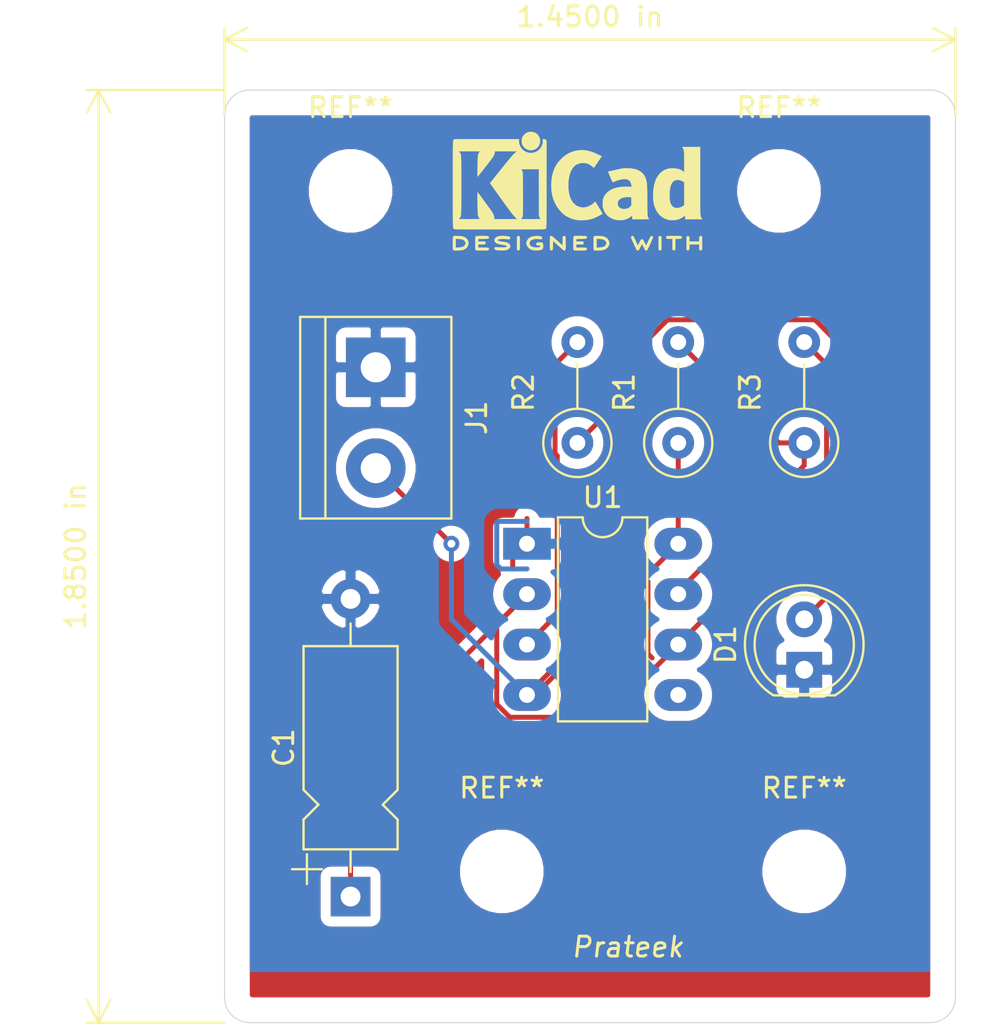
<source format=kicad_pcb>
(kicad_pcb (version 20171130) (host pcbnew 5.1.9-73d0e3b20d~88~ubuntu20.04.1)

  (general
    (thickness 1.6)
    (drawings 11)
    (tracks 48)
    (zones 0)
    (modules 12)
    (nets 8)
  )

  (page A4)
  (layers
    (0 F.Cu signal)
    (31 B.Cu signal)
    (32 B.Adhes user)
    (33 F.Adhes user)
    (34 B.Paste user)
    (35 F.Paste user)
    (36 B.SilkS user)
    (37 F.SilkS user)
    (38 B.Mask user)
    (39 F.Mask user)
    (40 Dwgs.User user)
    (41 Cmts.User user)
    (42 Eco1.User user)
    (43 Eco2.User user)
    (44 Edge.Cuts user)
    (45 Margin user)
    (46 B.CrtYd user)
    (47 F.CrtYd user)
    (48 B.Fab user)
    (49 F.Fab user)
  )

  (setup
    (last_trace_width 0.25)
    (trace_clearance 0.2)
    (zone_clearance 0.508)
    (zone_45_only no)
    (trace_min 0.2)
    (via_size 0.8)
    (via_drill 0.4)
    (via_min_size 0.4)
    (via_min_drill 0.3)
    (uvia_size 0.3)
    (uvia_drill 0.1)
    (uvias_allowed no)
    (uvia_min_size 0.2)
    (uvia_min_drill 0.1)
    (edge_width 0.05)
    (segment_width 0.2)
    (pcb_text_width 0.3)
    (pcb_text_size 1.5 1.5)
    (mod_edge_width 0.12)
    (mod_text_size 1 1)
    (mod_text_width 0.15)
    (pad_size 1.524 1.524)
    (pad_drill 0.762)
    (pad_to_mask_clearance 0)
    (aux_axis_origin 0 0)
    (grid_origin 46.99 121.92)
    (visible_elements FFFFFF7F)
    (pcbplotparams
      (layerselection 0x010fc_ffffffff)
      (usegerberextensions false)
      (usegerberattributes true)
      (usegerberadvancedattributes true)
      (creategerberjobfile true)
      (excludeedgelayer true)
      (linewidth 0.100000)
      (plotframeref false)
      (viasonmask false)
      (mode 1)
      (useauxorigin false)
      (hpglpennumber 1)
      (hpglpenspeed 20)
      (hpglpendiameter 15.000000)
      (psnegative false)
      (psa4output false)
      (plotreference true)
      (plotvalue true)
      (plotinvisibletext false)
      (padsonsilk false)
      (subtractmaskfromsilk false)
      (outputformat 1)
      (mirror false)
      (drillshape 0)
      (scaleselection 1)
      (outputdirectory "gerber/"))
  )

  (net 0 "")
  (net 1 "Net-(C1-Pad1)")
  (net 2 GND)
  (net 3 "Net-(D1-Pad2)")
  (net 4 +9V)
  (net 5 1)
  (net 6 "Net-(R2-Pad2)")
  (net 7 "Net-(U1-Pad5)")

  (net_class Default "This is the default net class."
    (clearance 0.2)
    (trace_width 0.25)
    (via_dia 0.8)
    (via_drill 0.4)
    (uvia_dia 0.3)
    (uvia_drill 0.1)
    (add_net +9V)
    (add_net 1)
    (add_net GND)
    (add_net "Net-(C1-Pad1)")
    (add_net "Net-(D1-Pad2)")
    (add_net "Net-(R2-Pad2)")
    (add_net "Net-(U1-Pad5)")
  )

  (module Symbol:KiCad-Logo2_5mm_SilkScreen (layer F.Cu) (tedit 0) (tstamp 60258AB2)
    (at 64.77 81.28)
    (descr "KiCad Logo")
    (tags "Logo KiCad")
    (attr virtual)
    (fp_text reference REF** (at 0 -5.08) (layer F.SilkS) hide
      (effects (font (size 1 1) (thickness 0.15)))
    )
    (fp_text value KiCad-Logo2_5mm_SilkScreen (at 0 5.08) (layer F.Fab) hide
      (effects (font (size 1 1) (thickness 0.15)))
    )
    (fp_poly (pts (xy -2.9464 -2.510946) (xy -2.935535 -2.397007) (xy -2.903918 -2.289384) (xy -2.853015 -2.190385)
      (xy -2.784293 -2.102316) (xy -2.699219 -2.027484) (xy -2.602232 -1.969616) (xy -2.495964 -1.929995)
      (xy -2.38895 -1.911427) (xy -2.2833 -1.912566) (xy -2.181125 -1.93207) (xy -2.084534 -1.968594)
      (xy -1.995638 -2.020795) (xy -1.916546 -2.087327) (xy -1.849369 -2.166848) (xy -1.796217 -2.258013)
      (xy -1.759199 -2.359477) (xy -1.740427 -2.469898) (xy -1.738489 -2.519794) (xy -1.738489 -2.607733)
      (xy -1.68656 -2.607733) (xy -1.650253 -2.604889) (xy -1.623355 -2.593089) (xy -1.596249 -2.569351)
      (xy -1.557867 -2.530969) (xy -1.557867 -0.339398) (xy -1.557876 -0.077261) (xy -1.557908 0.163241)
      (xy -1.557972 0.383048) (xy -1.558076 0.583101) (xy -1.558227 0.764344) (xy -1.558434 0.927716)
      (xy -1.558706 1.07416) (xy -1.55905 1.204617) (xy -1.559474 1.320029) (xy -1.559987 1.421338)
      (xy -1.560597 1.509484) (xy -1.561312 1.58541) (xy -1.56214 1.650057) (xy -1.563089 1.704367)
      (xy -1.564167 1.74928) (xy -1.565383 1.78574) (xy -1.566745 1.814687) (xy -1.568261 1.837063)
      (xy -1.569938 1.853809) (xy -1.571786 1.865868) (xy -1.573813 1.87418) (xy -1.576025 1.879687)
      (xy -1.577108 1.881537) (xy -1.581271 1.888549) (xy -1.584805 1.894996) (xy -1.588635 1.9009)
      (xy -1.593682 1.906286) (xy -1.600871 1.911178) (xy -1.611123 1.915598) (xy -1.625364 1.919572)
      (xy -1.644514 1.923121) (xy -1.669499 1.92627) (xy -1.70124 1.929042) (xy -1.740662 1.931461)
      (xy -1.788686 1.933551) (xy -1.846237 1.935335) (xy -1.914237 1.936837) (xy -1.99361 1.93808)
      (xy -2.085279 1.939089) (xy -2.190166 1.939885) (xy -2.309196 1.940494) (xy -2.44329 1.940939)
      (xy -2.593373 1.941243) (xy -2.760367 1.94143) (xy -2.945196 1.941524) (xy -3.148783 1.941548)
      (xy -3.37205 1.941525) (xy -3.615922 1.94148) (xy -3.881321 1.941437) (xy -3.919704 1.941432)
      (xy -4.186682 1.941389) (xy -4.432002 1.941318) (xy -4.656583 1.941213) (xy -4.861345 1.941066)
      (xy -5.047206 1.940869) (xy -5.215088 1.940616) (xy -5.365908 1.9403) (xy -5.500587 1.939913)
      (xy -5.620044 1.939447) (xy -5.725199 1.938897) (xy -5.816971 1.938253) (xy -5.896279 1.937511)
      (xy -5.964043 1.936661) (xy -6.021182 1.935697) (xy -6.068617 1.934611) (xy -6.107266 1.933397)
      (xy -6.138049 1.932047) (xy -6.161885 1.930555) (xy -6.179694 1.928911) (xy -6.192395 1.927111)
      (xy -6.200908 1.925145) (xy -6.205266 1.923477) (xy -6.213728 1.919906) (xy -6.221497 1.91727)
      (xy -6.228602 1.914634) (xy -6.235073 1.911062) (xy -6.240939 1.905621) (xy -6.246229 1.897375)
      (xy -6.250974 1.88539) (xy -6.255202 1.868731) (xy -6.258943 1.846463) (xy -6.262227 1.817652)
      (xy -6.265083 1.781363) (xy -6.26754 1.736661) (xy -6.269629 1.682611) (xy -6.271378 1.618279)
      (xy -6.272817 1.54273) (xy -6.273976 1.45503) (xy -6.274883 1.354243) (xy -6.275569 1.239434)
      (xy -6.276063 1.10967) (xy -6.276395 0.964015) (xy -6.276593 0.801535) (xy -6.276687 0.621295)
      (xy -6.276708 0.42236) (xy -6.276685 0.203796) (xy -6.276646 -0.035332) (xy -6.276622 -0.29596)
      (xy -6.276622 -0.338111) (xy -6.276636 -0.601008) (xy -6.276661 -0.842268) (xy -6.276671 -1.062835)
      (xy -6.276642 -1.263648) (xy -6.276548 -1.445651) (xy -6.276362 -1.609784) (xy -6.276059 -1.756989)
      (xy -6.275614 -1.888208) (xy -6.275034 -1.998133) (xy -5.972197 -1.998133) (xy -5.932407 -1.940289)
      (xy -5.921236 -1.924521) (xy -5.911166 -1.910559) (xy -5.902138 -1.897216) (xy -5.894097 -1.883307)
      (xy -5.886986 -1.867644) (xy -5.880747 -1.849042) (xy -5.875325 -1.826314) (xy -5.870662 -1.798273)
      (xy -5.866701 -1.763733) (xy -5.863385 -1.721508) (xy -5.860659 -1.670411) (xy -5.858464 -1.609256)
      (xy -5.856745 -1.536856) (xy -5.855444 -1.452025) (xy -5.854505 -1.353578) (xy -5.85387 -1.240326)
      (xy -5.853484 -1.111084) (xy -5.853288 -0.964666) (xy -5.853227 -0.799884) (xy -5.853243 -0.615553)
      (xy -5.85328 -0.410487) (xy -5.853289 -0.287867) (xy -5.853265 -0.070918) (xy -5.853231 0.124642)
      (xy -5.853243 0.299999) (xy -5.853358 0.456341) (xy -5.85363 0.594857) (xy -5.854118 0.716734)
      (xy -5.854876 0.82316) (xy -5.855962 0.915322) (xy -5.857431 0.994409) (xy -5.85934 1.061608)
      (xy -5.861744 1.118107) (xy -5.864701 1.165093) (xy -5.868266 1.203755) (xy -5.872495 1.23528)
      (xy -5.877446 1.260855) (xy -5.883173 1.28167) (xy -5.889733 1.298911) (xy -5.897183 1.313765)
      (xy -5.905579 1.327422) (xy -5.914976 1.341069) (xy -5.925432 1.355893) (xy -5.931523 1.364783)
      (xy -5.970296 1.4224) (xy -5.438732 1.4224) (xy -5.315483 1.422365) (xy -5.212987 1.422215)
      (xy -5.12942 1.421878) (xy -5.062956 1.421286) (xy -5.011771 1.420367) (xy -4.974041 1.419051)
      (xy -4.94794 1.417269) (xy -4.931644 1.414951) (xy -4.923328 1.412026) (xy -4.921168 1.408424)
      (xy -4.923339 1.404075) (xy -4.924535 1.402645) (xy -4.949685 1.365573) (xy -4.975583 1.312772)
      (xy -4.999192 1.25077) (xy -5.007461 1.224357) (xy -5.012078 1.206416) (xy -5.015979 1.185355)
      (xy -5.019248 1.159089) (xy -5.021966 1.125532) (xy -5.024215 1.082599) (xy -5.026077 1.028204)
      (xy -5.027636 0.960262) (xy -5.028972 0.876688) (xy -5.030169 0.775395) (xy -5.031308 0.6543)
      (xy -5.031685 0.6096) (xy -5.032702 0.484449) (xy -5.03346 0.380082) (xy -5.033903 0.294707)
      (xy -5.03397 0.226533) (xy -5.033605 0.173765) (xy -5.032748 0.134614) (xy -5.031341 0.107285)
      (xy -5.029325 0.089986) (xy -5.026643 0.080926) (xy -5.023236 0.078312) (xy -5.019044 0.080351)
      (xy -5.014571 0.084667) (xy -5.004216 0.097602) (xy -4.982158 0.126676) (xy -4.949957 0.169759)
      (xy -4.909174 0.224718) (xy -4.86137 0.289423) (xy -4.808105 0.361742) (xy -4.75094 0.439544)
      (xy -4.691437 0.520698) (xy -4.631155 0.603072) (xy -4.571655 0.684536) (xy -4.514498 0.762957)
      (xy -4.461245 0.836204) (xy -4.413457 0.902147) (xy -4.372693 0.958654) (xy -4.340516 1.003593)
      (xy -4.318485 1.034834) (xy -4.313917 1.041466) (xy -4.290996 1.078369) (xy -4.264188 1.126359)
      (xy -4.238789 1.175897) (xy -4.235568 1.182577) (xy -4.21389 1.230772) (xy -4.201304 1.268334)
      (xy -4.195574 1.30416) (xy -4.194456 1.3462) (xy -4.19509 1.4224) (xy -3.040651 1.4224)
      (xy -3.131815 1.328669) (xy -3.178612 1.278775) (xy -3.228899 1.222295) (xy -3.274944 1.168026)
      (xy -3.295369 1.142673) (xy -3.325807 1.103128) (xy -3.365862 1.049916) (xy -3.414361 0.984667)
      (xy -3.470135 0.909011) (xy -3.532011 0.824577) (xy -3.598819 0.732994) (xy -3.669387 0.635892)
      (xy -3.742545 0.534901) (xy -3.817121 0.43165) (xy -3.891944 0.327768) (xy -3.965843 0.224885)
      (xy -4.037646 0.124631) (xy -4.106184 0.028636) (xy -4.170284 -0.061473) (xy -4.228775 -0.144064)
      (xy -4.280486 -0.217508) (xy -4.324247 -0.280176) (xy -4.358885 -0.330439) (xy -4.38323 -0.366666)
      (xy -4.396111 -0.387229) (xy -4.397869 -0.391332) (xy -4.38991 -0.402658) (xy -4.369115 -0.429838)
      (xy -4.336847 -0.471171) (xy -4.29447 -0.524956) (xy -4.243347 -0.589494) (xy -4.184841 -0.663082)
      (xy -4.120314 -0.744022) (xy -4.051131 -0.830612) (xy -3.978653 -0.921152) (xy -3.904246 -1.01394)
      (xy -3.844517 -1.088298) (xy -2.833511 -1.088298) (xy -2.827602 -1.075341) (xy -2.813272 -1.053092)
      (xy -2.812225 -1.051609) (xy -2.793438 -1.021456) (xy -2.773791 -0.984625) (xy -2.769892 -0.976489)
      (xy -2.766356 -0.96806) (xy -2.76323 -0.957941) (xy -2.760486 -0.94474) (xy -2.758092 -0.927062)
      (xy -2.756019 -0.903516) (xy -2.754235 -0.872707) (xy -2.752712 -0.833243) (xy -2.751419 -0.783731)
      (xy -2.750326 -0.722777) (xy -2.749403 -0.648989) (xy -2.748619 -0.560972) (xy -2.747945 -0.457335)
      (xy -2.74735 -0.336684) (xy -2.746805 -0.197626) (xy -2.746279 -0.038768) (xy -2.745745 0.140089)
      (xy -2.745206 0.325207) (xy -2.744772 0.489145) (xy -2.744509 0.633303) (xy -2.744484 0.759079)
      (xy -2.744765 0.867871) (xy -2.745419 0.961077) (xy -2.746514 1.040097) (xy -2.748118 1.106328)
      (xy -2.750297 1.16117) (xy -2.753119 1.206021) (xy -2.756651 1.242278) (xy -2.760961 1.271341)
      (xy -2.766117 1.294609) (xy -2.772185 1.313479) (xy -2.779233 1.329351) (xy -2.787329 1.343622)
      (xy -2.79654 1.357691) (xy -2.80504 1.370158) (xy -2.822176 1.396452) (xy -2.832322 1.414037)
      (xy -2.833511 1.417257) (xy -2.822604 1.418334) (xy -2.791411 1.419335) (xy -2.742223 1.420235)
      (xy -2.677333 1.42101) (xy -2.59903 1.421637) (xy -2.509607 1.422091) (xy -2.411356 1.422349)
      (xy -2.342445 1.4224) (xy -2.237452 1.42218) (xy -2.14061 1.421548) (xy -2.054107 1.420549)
      (xy -1.980132 1.419227) (xy -1.920874 1.417626) (xy -1.87852 1.415791) (xy -1.85526 1.413765)
      (xy -1.851378 1.412493) (xy -1.859076 1.397591) (xy -1.867074 1.38956) (xy -1.880246 1.372434)
      (xy -1.897485 1.342183) (xy -1.909407 1.317622) (xy -1.936045 1.258711) (xy -1.93912 0.081845)
      (xy -1.942195 -1.095022) (xy -2.387853 -1.095022) (xy -2.48567 -1.094858) (xy -2.576064 -1.094389)
      (xy -2.65663 -1.093653) (xy -2.724962 -1.092684) (xy -2.778656 -1.09152) (xy -2.815305 -1.090197)
      (xy -2.832504 -1.088751) (xy -2.833511 -1.088298) (xy -3.844517 -1.088298) (xy -3.82927 -1.107278)
      (xy -3.75509 -1.199463) (xy -3.683069 -1.288796) (xy -3.614569 -1.373576) (xy -3.550955 -1.452102)
      (xy -3.493588 -1.522674) (xy -3.443833 -1.583591) (xy -3.403052 -1.633153) (xy -3.385888 -1.653822)
      (xy -3.299596 -1.754484) (xy -3.222997 -1.837741) (xy -3.154183 -1.905562) (xy -3.091248 -1.959911)
      (xy -3.081867 -1.967278) (xy -3.042356 -1.997883) (xy -4.174116 -1.998133) (xy -4.168827 -1.950156)
      (xy -4.17213 -1.892812) (xy -4.193661 -1.824537) (xy -4.233635 -1.744788) (xy -4.278943 -1.672505)
      (xy -4.295161 -1.64986) (xy -4.323214 -1.612304) (xy -4.36143 -1.561979) (xy -4.408137 -1.501027)
      (xy -4.461661 -1.431589) (xy -4.520331 -1.355806) (xy -4.582475 -1.27582) (xy -4.646421 -1.193772)
      (xy -4.710495 -1.111804) (xy -4.773027 -1.032057) (xy -4.832343 -0.956673) (xy -4.886771 -0.887793)
      (xy -4.934639 -0.827558) (xy -4.974275 -0.778111) (xy -5.004006 -0.741592) (xy -5.022161 -0.720142)
      (xy -5.02522 -0.716844) (xy -5.028079 -0.724851) (xy -5.030293 -0.755145) (xy -5.031857 -0.807444)
      (xy -5.032767 -0.881469) (xy -5.03302 -0.976937) (xy -5.032613 -1.093566) (xy -5.031704 -1.213555)
      (xy -5.030382 -1.345667) (xy -5.028857 -1.457406) (xy -5.026881 -1.550975) (xy -5.024206 -1.628581)
      (xy -5.020582 -1.692426) (xy -5.015761 -1.744717) (xy -5.009494 -1.787656) (xy -5.001532 -1.823449)
      (xy -4.991627 -1.8543) (xy -4.979531 -1.882414) (xy -4.964993 -1.909995) (xy -4.950311 -1.935034)
      (xy -4.912314 -1.998133) (xy -5.972197 -1.998133) (xy -6.275034 -1.998133) (xy -6.275001 -2.004383)
      (xy -6.274195 -2.106456) (xy -6.27317 -2.195367) (xy -6.2719 -2.272059) (xy -6.27036 -2.337473)
      (xy -6.268524 -2.392551) (xy -6.266367 -2.438235) (xy -6.263863 -2.475466) (xy -6.260987 -2.505187)
      (xy -6.257713 -2.528338) (xy -6.254015 -2.545861) (xy -6.249869 -2.558699) (xy -6.245247 -2.567792)
      (xy -6.240126 -2.574082) (xy -6.234478 -2.578512) (xy -6.228279 -2.582022) (xy -6.221504 -2.585555)
      (xy -6.215508 -2.589124) (xy -6.210275 -2.5917) (xy -6.202099 -2.594028) (xy -6.189886 -2.596122)
      (xy -6.172541 -2.597993) (xy -6.148969 -2.599653) (xy -6.118077 -2.601116) (xy -6.078768 -2.602392)
      (xy -6.02995 -2.603496) (xy -5.970527 -2.604439) (xy -5.899404 -2.605233) (xy -5.815488 -2.605891)
      (xy -5.717683 -2.606425) (xy -5.604894 -2.606847) (xy -5.476029 -2.607171) (xy -5.329991 -2.607408)
      (xy -5.165686 -2.60757) (xy -4.98202 -2.60767) (xy -4.777897 -2.60772) (xy -4.566753 -2.607733)
      (xy -2.9464 -2.607733) (xy -2.9464 -2.510946)) (layer F.SilkS) (width 0.01))
    (fp_poly (pts (xy 0.328429 -2.050929) (xy 0.48857 -2.029755) (xy 0.65251 -1.989615) (xy 0.822313 -1.930111)
      (xy 1.000043 -1.850846) (xy 1.01131 -1.845301) (xy 1.069005 -1.817275) (xy 1.120552 -1.793198)
      (xy 1.162191 -1.774751) (xy 1.190162 -1.763614) (xy 1.199733 -1.761067) (xy 1.21895 -1.756059)
      (xy 1.223561 -1.751853) (xy 1.218458 -1.74142) (xy 1.202418 -1.715132) (xy 1.177288 -1.675743)
      (xy 1.144914 -1.626009) (xy 1.107143 -1.568685) (xy 1.065822 -1.506524) (xy 1.022798 -1.442282)
      (xy 0.979917 -1.378715) (xy 0.939026 -1.318575) (xy 0.901971 -1.26462) (xy 0.8706 -1.219603)
      (xy 0.846759 -1.186279) (xy 0.832294 -1.167403) (xy 0.830309 -1.165213) (xy 0.820191 -1.169862)
      (xy 0.79785 -1.187038) (xy 0.76728 -1.21356) (xy 0.751536 -1.228036) (xy 0.655047 -1.303318)
      (xy 0.548336 -1.358759) (xy 0.432832 -1.393859) (xy 0.309962 -1.40812) (xy 0.240561 -1.406949)
      (xy 0.119423 -1.389788) (xy 0.010205 -1.353906) (xy -0.087418 -1.299041) (xy -0.173772 -1.22493)
      (xy -0.249185 -1.131312) (xy -0.313982 -1.017924) (xy -0.351399 -0.931333) (xy -0.395252 -0.795634)
      (xy -0.427572 -0.64815) (xy -0.448443 -0.492686) (xy -0.457949 -0.333044) (xy -0.456173 -0.173027)
      (xy -0.443197 -0.016439) (xy -0.419106 0.132918) (xy -0.383982 0.27124) (xy -0.337908 0.394724)
      (xy -0.321627 0.428978) (xy -0.25338 0.543064) (xy -0.172921 0.639557) (xy -0.08143 0.71767)
      (xy 0.019911 0.776617) (xy 0.12992 0.815612) (xy 0.247415 0.833868) (xy 0.288883 0.835211)
      (xy 0.410441 0.82429) (xy 0.530878 0.791474) (xy 0.648666 0.737439) (xy 0.762277 0.662865)
      (xy 0.853685 0.584539) (xy 0.900215 0.540008) (xy 1.081483 0.837271) (xy 1.12658 0.911433)
      (xy 1.167819 0.979646) (xy 1.203735 1.039459) (xy 1.232866 1.08842) (xy 1.25375 1.124079)
      (xy 1.264924 1.143984) (xy 1.266375 1.147079) (xy 1.258146 1.156718) (xy 1.232567 1.173999)
      (xy 1.192873 1.197283) (xy 1.142297 1.224934) (xy 1.084074 1.255315) (xy 1.021437 1.28679)
      (xy 0.957621 1.317722) (xy 0.89586 1.346473) (xy 0.839388 1.371408) (xy 0.791438 1.390889)
      (xy 0.767986 1.399318) (xy 0.634221 1.437133) (xy 0.496327 1.462136) (xy 0.348622 1.47514)
      (xy 0.221833 1.477468) (xy 0.153878 1.476373) (xy 0.088277 1.474275) (xy 0.030847 1.471434)
      (xy -0.012597 1.468106) (xy -0.026702 1.466422) (xy -0.165716 1.437587) (xy -0.307243 1.392468)
      (xy -0.444725 1.33375) (xy -0.571606 1.26412) (xy -0.649111 1.211441) (xy -0.776519 1.103239)
      (xy -0.894822 0.976671) (xy -1.001828 0.834866) (xy -1.095348 0.680951) (xy -1.17319 0.518053)
      (xy -1.217044 0.400756) (xy -1.267292 0.217128) (xy -1.300791 0.022581) (xy -1.317551 -0.178675)
      (xy -1.317584 -0.382432) (xy -1.300899 -0.584479) (xy -1.267507 -0.780608) (xy -1.21742 -0.966609)
      (xy -1.213603 -0.978197) (xy -1.150719 -1.14025) (xy -1.073972 -1.288168) (xy -0.980758 -1.426135)
      (xy -0.868473 -1.558339) (xy -0.824608 -1.603601) (xy -0.688466 -1.727543) (xy -0.548509 -1.830085)
      (xy -0.402589 -1.912344) (xy -0.248558 -1.975436) (xy -0.084268 -2.020477) (xy 0.011289 -2.037967)
      (xy 0.170023 -2.053534) (xy 0.328429 -2.050929)) (layer F.SilkS) (width 0.01))
    (fp_poly (pts (xy 2.673574 -1.133448) (xy 2.825492 -1.113433) (xy 2.960756 -1.079798) (xy 3.080239 -1.032275)
      (xy 3.184815 -0.970595) (xy 3.262424 -0.907035) (xy 3.331265 -0.832901) (xy 3.385006 -0.753129)
      (xy 3.42791 -0.660909) (xy 3.443384 -0.617839) (xy 3.456244 -0.578858) (xy 3.467446 -0.542711)
      (xy 3.47712 -0.507566) (xy 3.485396 -0.47159) (xy 3.492403 -0.43295) (xy 3.498272 -0.389815)
      (xy 3.503131 -0.340351) (xy 3.50711 -0.282727) (xy 3.51034 -0.215109) (xy 3.512949 -0.135666)
      (xy 3.515067 -0.042564) (xy 3.516824 0.066027) (xy 3.518349 0.191942) (xy 3.519772 0.337012)
      (xy 3.521025 0.479778) (xy 3.522351 0.635968) (xy 3.523556 0.771239) (xy 3.524766 0.887246)
      (xy 3.526106 0.985645) (xy 3.5277 1.068093) (xy 3.529675 1.136246) (xy 3.532156 1.19176)
      (xy 3.535269 1.236292) (xy 3.539138 1.271498) (xy 3.543889 1.299034) (xy 3.549648 1.320556)
      (xy 3.556539 1.337722) (xy 3.564689 1.352186) (xy 3.574223 1.365606) (xy 3.585266 1.379638)
      (xy 3.589566 1.385071) (xy 3.605386 1.40791) (xy 3.612422 1.423463) (xy 3.612444 1.423922)
      (xy 3.601567 1.426121) (xy 3.570582 1.428147) (xy 3.521957 1.429942) (xy 3.458163 1.431451)
      (xy 3.381669 1.432616) (xy 3.294944 1.43338) (xy 3.200457 1.433686) (xy 3.18955 1.433689)
      (xy 2.766657 1.433689) (xy 2.763395 1.337622) (xy 2.760133 1.241556) (xy 2.698044 1.292543)
      (xy 2.600714 1.360057) (xy 2.490813 1.414749) (xy 2.404349 1.444978) (xy 2.335278 1.459666)
      (xy 2.251925 1.469659) (xy 2.162159 1.474646) (xy 2.073845 1.474313) (xy 1.994851 1.468351)
      (xy 1.958622 1.462638) (xy 1.818603 1.424776) (xy 1.692178 1.369932) (xy 1.58026 1.298924)
      (xy 1.483762 1.212568) (xy 1.4036 1.111679) (xy 1.340687 0.997076) (xy 1.296312 0.870984)
      (xy 1.283978 0.814401) (xy 1.276368 0.752202) (xy 1.272739 0.677363) (xy 1.272245 0.643467)
      (xy 1.27231 0.640282) (xy 2.032248 0.640282) (xy 2.041541 0.715333) (xy 2.069728 0.77916)
      (xy 2.118197 0.834798) (xy 2.123254 0.839211) (xy 2.171548 0.874037) (xy 2.223257 0.89662)
      (xy 2.283989 0.90854) (xy 2.359352 0.911383) (xy 2.377459 0.910978) (xy 2.431278 0.908325)
      (xy 2.471308 0.902909) (xy 2.506324 0.892745) (xy 2.545103 0.87585) (xy 2.555745 0.870672)
      (xy 2.616396 0.834844) (xy 2.663215 0.792212) (xy 2.675952 0.776973) (xy 2.720622 0.720462)
      (xy 2.720622 0.524586) (xy 2.720086 0.445939) (xy 2.718396 0.387988) (xy 2.715428 0.348875)
      (xy 2.711057 0.326741) (xy 2.706972 0.320274) (xy 2.691047 0.317111) (xy 2.657264 0.314488)
      (xy 2.61034 0.312655) (xy 2.554993 0.311857) (xy 2.546106 0.311842) (xy 2.42533 0.317096)
      (xy 2.32266 0.333263) (xy 2.236106 0.360961) (xy 2.163681 0.400808) (xy 2.108751 0.447758)
      (xy 2.064204 0.505645) (xy 2.03948 0.568693) (xy 2.032248 0.640282) (xy 1.27231 0.640282)
      (xy 1.274178 0.549712) (xy 1.282522 0.470812) (xy 1.298768 0.39959) (xy 1.324405 0.328864)
      (xy 1.348401 0.276493) (xy 1.40702 0.181196) (xy 1.485117 0.09317) (xy 1.580315 0.014017)
      (xy 1.690238 -0.05466) (xy 1.81251 -0.111259) (xy 1.944755 -0.154179) (xy 2.009422 -0.169118)
      (xy 2.145604 -0.191223) (xy 2.294049 -0.205806) (xy 2.445505 -0.212187) (xy 2.572064 -0.210555)
      (xy 2.73395 -0.203776) (xy 2.72653 -0.262755) (xy 2.707238 -0.361908) (xy 2.676104 -0.442628)
      (xy 2.632269 -0.505534) (xy 2.574871 -0.551244) (xy 2.503048 -0.580378) (xy 2.415941 -0.593553)
      (xy 2.312686 -0.591389) (xy 2.274711 -0.587388) (xy 2.13352 -0.56222) (xy 1.996707 -0.521186)
      (xy 1.902178 -0.483185) (xy 1.857018 -0.46381) (xy 1.818585 -0.44824) (xy 1.792234 -0.438595)
      (xy 1.784546 -0.436548) (xy 1.774802 -0.445626) (xy 1.758083 -0.474595) (xy 1.734232 -0.523783)
      (xy 1.703093 -0.593516) (xy 1.664507 -0.684121) (xy 1.65791 -0.699911) (xy 1.627853 -0.772228)
      (xy 1.600874 -0.837575) (xy 1.578136 -0.893094) (xy 1.560806 -0.935928) (xy 1.550048 -0.963219)
      (xy 1.546941 -0.972058) (xy 1.55694 -0.976813) (xy 1.583217 -0.98209) (xy 1.611489 -0.985769)
      (xy 1.641646 -0.990526) (xy 1.689433 -0.999972) (xy 1.750612 -1.01318) (xy 1.820946 -1.029224)
      (xy 1.896194 -1.04718) (xy 1.924755 -1.054203) (xy 2.029816 -1.079791) (xy 2.11748 -1.099853)
      (xy 2.192068 -1.115031) (xy 2.257903 -1.125965) (xy 2.319307 -1.133296) (xy 2.380602 -1.137665)
      (xy 2.44611 -1.139713) (xy 2.504128 -1.140111) (xy 2.673574 -1.133448)) (layer F.SilkS) (width 0.01))
    (fp_poly (pts (xy 6.186507 -0.527755) (xy 6.186526 -0.293338) (xy 6.186552 -0.080397) (xy 6.186625 0.112168)
      (xy 6.186782 0.285459) (xy 6.187064 0.440576) (xy 6.187509 0.57862) (xy 6.188156 0.700692)
      (xy 6.189045 0.807894) (xy 6.190213 0.901326) (xy 6.191701 0.98209) (xy 6.193546 1.051286)
      (xy 6.195789 1.110015) (xy 6.198469 1.159379) (xy 6.201623 1.200478) (xy 6.205292 1.234413)
      (xy 6.209513 1.262286) (xy 6.214327 1.285198) (xy 6.219773 1.304249) (xy 6.225888 1.32054)
      (xy 6.232712 1.335173) (xy 6.240285 1.349249) (xy 6.248645 1.363868) (xy 6.253839 1.372974)
      (xy 6.288104 1.433689) (xy 5.429955 1.433689) (xy 5.429955 1.337733) (xy 5.429224 1.29437)
      (xy 5.427272 1.261205) (xy 5.424463 1.243424) (xy 5.423221 1.241778) (xy 5.411799 1.248662)
      (xy 5.389084 1.266505) (xy 5.366385 1.285879) (xy 5.3118 1.326614) (xy 5.242321 1.367617)
      (xy 5.16527 1.405123) (xy 5.087965 1.435364) (xy 5.057113 1.445012) (xy 4.988616 1.459578)
      (xy 4.905764 1.469539) (xy 4.816371 1.474583) (xy 4.728248 1.474396) (xy 4.649207 1.468666)
      (xy 4.611511 1.462858) (xy 4.473414 1.424797) (xy 4.346113 1.367073) (xy 4.230292 1.290211)
      (xy 4.126637 1.194739) (xy 4.035833 1.081179) (xy 3.969031 0.970381) (xy 3.914164 0.853625)
      (xy 3.872163 0.734276) (xy 3.842167 0.608283) (xy 3.823311 0.471594) (xy 3.814732 0.320158)
      (xy 3.814006 0.242711) (xy 3.8161 0.185934) (xy 4.645217 0.185934) (xy 4.645424 0.279002)
      (xy 4.648337 0.366692) (xy 4.654 0.443772) (xy 4.662455 0.505009) (xy 4.665038 0.51735)
      (xy 4.69684 0.624633) (xy 4.738498 0.711658) (xy 4.790363 0.778642) (xy 4.852781 0.825805)
      (xy 4.9261 0.853365) (xy 5.010669 0.861541) (xy 5.106835 0.850551) (xy 5.170311 0.834829)
      (xy 5.219454 0.816639) (xy 5.273583 0.790791) (xy 5.314244 0.767089) (xy 5.3848 0.720721)
      (xy 5.3848 -0.42947) (xy 5.317392 -0.473038) (xy 5.238867 -0.51396) (xy 5.154681 -0.540611)
      (xy 5.069557 -0.552535) (xy 4.988216 -0.549278) (xy 4.91538 -0.530385) (xy 4.883426 -0.514816)
      (xy 4.825501 -0.471819) (xy 4.776544 -0.415047) (xy 4.73539 -0.342425) (xy 4.700874 -0.251879)
      (xy 4.671833 -0.141334) (xy 4.670552 -0.135467) (xy 4.660381 -0.073212) (xy 4.652739 0.004594)
      (xy 4.64767 0.09272) (xy 4.645217 0.185934) (xy 3.8161 0.185934) (xy 3.821857 0.029895)
      (xy 3.843802 -0.165941) (xy 3.879786 -0.344668) (xy 3.929759 -0.506155) (xy 3.993668 -0.650274)
      (xy 4.071462 -0.776894) (xy 4.163089 -0.885885) (xy 4.268497 -0.977117) (xy 4.313662 -1.008068)
      (xy 4.414611 -1.064215) (xy 4.517901 -1.103826) (xy 4.627989 -1.127986) (xy 4.74933 -1.137781)
      (xy 4.841836 -1.136735) (xy 4.97149 -1.125769) (xy 5.084084 -1.103954) (xy 5.182875 -1.070286)
      (xy 5.271121 -1.023764) (xy 5.319986 -0.989552) (xy 5.349353 -0.967638) (xy 5.371043 -0.952667)
      (xy 5.379253 -0.948267) (xy 5.380868 -0.959096) (xy 5.382159 -0.989749) (xy 5.383138 -1.037474)
      (xy 5.383817 -1.099521) (xy 5.38421 -1.173138) (xy 5.38433 -1.255573) (xy 5.384188 -1.344075)
      (xy 5.383797 -1.435893) (xy 5.383171 -1.528276) (xy 5.38232 -1.618472) (xy 5.38126 -1.703729)
      (xy 5.380001 -1.781297) (xy 5.378556 -1.848424) (xy 5.376938 -1.902359) (xy 5.375161 -1.94035)
      (xy 5.374669 -1.947333) (xy 5.367092 -2.017749) (xy 5.355531 -2.072898) (xy 5.337792 -2.120019)
      (xy 5.311682 -2.166353) (xy 5.305415 -2.175933) (xy 5.280983 -2.212622) (xy 6.186311 -2.212622)
      (xy 6.186507 -0.527755)) (layer F.SilkS) (width 0.01))
    (fp_poly (pts (xy -2.273043 -2.973429) (xy -2.176768 -2.949191) (xy -2.090184 -2.906359) (xy -2.015373 -2.846581)
      (xy -1.954418 -2.771506) (xy -1.909399 -2.68278) (xy -1.883136 -2.58647) (xy -1.877286 -2.489205)
      (xy -1.89214 -2.395346) (xy -1.92584 -2.307489) (xy -1.976528 -2.22823) (xy -2.042345 -2.160164)
      (xy -2.121434 -2.105888) (xy -2.211934 -2.067998) (xy -2.2632 -2.055574) (xy -2.307698 -2.048053)
      (xy -2.341999 -2.045081) (xy -2.37496 -2.046906) (xy -2.415434 -2.053775) (xy -2.448531 -2.06075)
      (xy -2.541947 -2.092259) (xy -2.625619 -2.143383) (xy -2.697665 -2.212571) (xy -2.7562 -2.298272)
      (xy -2.770148 -2.325511) (xy -2.786586 -2.361878) (xy -2.796894 -2.392418) (xy -2.80246 -2.42455)
      (xy -2.804669 -2.465693) (xy -2.804948 -2.511778) (xy -2.800861 -2.596135) (xy -2.787446 -2.665414)
      (xy -2.762256 -2.726039) (xy -2.722846 -2.784433) (xy -2.684298 -2.828698) (xy -2.612406 -2.894516)
      (xy -2.537313 -2.939947) (xy -2.454562 -2.96715) (xy -2.376928 -2.977424) (xy -2.273043 -2.973429)) (layer F.SilkS) (width 0.01))
    (fp_poly (pts (xy -6.121371 2.269066) (xy -6.081889 2.269467) (xy -5.9662 2.272259) (xy -5.869311 2.28055)
      (xy -5.787919 2.295232) (xy -5.718723 2.317193) (xy -5.65842 2.347322) (xy -5.603708 2.38651)
      (xy -5.584167 2.403532) (xy -5.55175 2.443363) (xy -5.52252 2.497413) (xy -5.499991 2.557323)
      (xy -5.487679 2.614739) (xy -5.4864 2.635956) (xy -5.494417 2.694769) (xy -5.515899 2.759013)
      (xy -5.546999 2.819821) (xy -5.583866 2.86833) (xy -5.589854 2.874182) (xy -5.640579 2.915321)
      (xy -5.696125 2.947435) (xy -5.759696 2.971365) (xy -5.834494 2.987953) (xy -5.923722 2.998041)
      (xy -6.030582 3.002469) (xy -6.079528 3.002845) (xy -6.141762 3.002545) (xy -6.185528 3.001292)
      (xy -6.214931 2.998554) (xy -6.234079 2.993801) (xy -6.247077 2.986501) (xy -6.254045 2.980267)
      (xy -6.260626 2.972694) (xy -6.265788 2.962924) (xy -6.269703 2.94834) (xy -6.272543 2.926326)
      (xy -6.27448 2.894264) (xy -6.275684 2.849536) (xy -6.276328 2.789526) (xy -6.276583 2.711617)
      (xy -6.276622 2.635956) (xy -6.27687 2.535041) (xy -6.276817 2.454427) (xy -6.275857 2.415822)
      (xy -6.129867 2.415822) (xy -6.129867 2.856089) (xy -6.036734 2.856004) (xy -5.980693 2.854396)
      (xy -5.921999 2.850256) (xy -5.873028 2.844464) (xy -5.871538 2.844226) (xy -5.792392 2.82509)
      (xy -5.731002 2.795287) (xy -5.684305 2.752878) (xy -5.654635 2.706961) (xy -5.636353 2.656026)
      (xy -5.637771 2.6082) (xy -5.658988 2.556933) (xy -5.700489 2.503899) (xy -5.757998 2.4646)
      (xy -5.83275 2.438331) (xy -5.882708 2.429035) (xy -5.939416 2.422507) (xy -5.999519 2.417782)
      (xy -6.050639 2.415817) (xy -6.053667 2.415808) (xy -6.129867 2.415822) (xy -6.275857 2.415822)
      (xy -6.27526 2.391851) (xy -6.270998 2.345055) (xy -6.26283 2.311778) (xy -6.249556 2.289759)
      (xy -6.229974 2.276739) (xy -6.202883 2.270457) (xy -6.167082 2.268653) (xy -6.121371 2.269066)) (layer F.SilkS) (width 0.01))
    (fp_poly (pts (xy -4.712794 2.269146) (xy -4.643386 2.269518) (xy -4.590997 2.270385) (xy -4.552847 2.271946)
      (xy -4.526159 2.274403) (xy -4.508153 2.277957) (xy -4.496049 2.28281) (xy -4.487069 2.289161)
      (xy -4.483818 2.292084) (xy -4.464043 2.323142) (xy -4.460482 2.358828) (xy -4.473491 2.39051)
      (xy -4.479506 2.396913) (xy -4.489235 2.403121) (xy -4.504901 2.40791) (xy -4.529408 2.411514)
      (xy -4.565661 2.414164) (xy -4.616565 2.416095) (xy -4.685026 2.417539) (xy -4.747617 2.418418)
      (xy -4.995334 2.421467) (xy -4.998719 2.486378) (xy -5.002105 2.551289) (xy -4.833958 2.551289)
      (xy -4.760959 2.551919) (xy -4.707517 2.554553) (xy -4.670628 2.560309) (xy -4.647288 2.570304)
      (xy -4.634494 2.585656) (xy -4.629242 2.607482) (xy -4.628445 2.627738) (xy -4.630923 2.652592)
      (xy -4.640277 2.670906) (xy -4.659383 2.683637) (xy -4.691118 2.691741) (xy -4.738359 2.696176)
      (xy -4.803983 2.697899) (xy -4.839801 2.698045) (xy -5.000978 2.698045) (xy -5.000978 2.856089)
      (xy -4.752622 2.856089) (xy -4.671213 2.856202) (xy -4.609342 2.856712) (xy -4.563968 2.85787)
      (xy -4.532054 2.85993) (xy -4.510559 2.863146) (xy -4.496443 2.867772) (xy -4.486668 2.874059)
      (xy -4.481689 2.878667) (xy -4.46461 2.90556) (xy -4.459111 2.929467) (xy -4.466963 2.958667)
      (xy -4.481689 2.980267) (xy -4.489546 2.987066) (xy -4.499688 2.992346) (xy -4.514844 2.996298)
      (xy -4.537741 2.999113) (xy -4.571109 3.000982) (xy -4.617675 3.002098) (xy -4.680167 3.002651)
      (xy -4.761314 3.002833) (xy -4.803422 3.002845) (xy -4.893598 3.002765) (xy -4.963924 3.002398)
      (xy -5.017129 3.001552) (xy -5.05594 3.000036) (xy -5.083087 2.997659) (xy -5.101298 2.994229)
      (xy -5.1133 2.989554) (xy -5.121822 2.983444) (xy -5.125156 2.980267) (xy -5.131755 2.97267)
      (xy -5.136927 2.96287) (xy -5.140846 2.948239) (xy -5.143684 2.926152) (xy -5.145615 2.893982)
      (xy -5.146812 2.849103) (xy -5.147448 2.788889) (xy -5.147697 2.710713) (xy -5.147734 2.637923)
      (xy -5.1477 2.544707) (xy -5.147465 2.471431) (xy -5.14683 2.415458) (xy -5.145594 2.374151)
      (xy -5.143556 2.344872) (xy -5.140517 2.324984) (xy -5.136277 2.31185) (xy -5.130635 2.302832)
      (xy -5.123391 2.295293) (xy -5.121606 2.293612) (xy -5.112945 2.286172) (xy -5.102882 2.280409)
      (xy -5.088625 2.276112) (xy -5.067383 2.273064) (xy -5.036364 2.271051) (xy -4.992777 2.26986)
      (xy -4.933831 2.269275) (xy -4.856734 2.269083) (xy -4.802001 2.269067) (xy -4.712794 2.269146)) (layer F.SilkS) (width 0.01))
    (fp_poly (pts (xy -3.691703 2.270351) (xy -3.616888 2.275581) (xy -3.547306 2.28375) (xy -3.487002 2.29455)
      (xy -3.44002 2.307673) (xy -3.410406 2.322813) (xy -3.40586 2.327269) (xy -3.390054 2.36185)
      (xy -3.394847 2.397351) (xy -3.419364 2.427725) (xy -3.420534 2.428596) (xy -3.434954 2.437954)
      (xy -3.450008 2.442876) (xy -3.471005 2.443473) (xy -3.503257 2.439861) (xy -3.552073 2.432154)
      (xy -3.556 2.431505) (xy -3.628739 2.422569) (xy -3.707217 2.418161) (xy -3.785927 2.418119)
      (xy -3.859361 2.422279) (xy -3.922011 2.430479) (xy -3.96837 2.442557) (xy -3.971416 2.443771)
      (xy -4.005048 2.462615) (xy -4.016864 2.481685) (xy -4.007614 2.500439) (xy -3.978047 2.518337)
      (xy -3.928911 2.534837) (xy -3.860957 2.549396) (xy -3.815645 2.556406) (xy -3.721456 2.569889)
      (xy -3.646544 2.582214) (xy -3.587717 2.594449) (xy -3.541785 2.607661) (xy -3.505555 2.622917)
      (xy -3.475838 2.641285) (xy -3.449442 2.663831) (xy -3.42823 2.685971) (xy -3.403065 2.716819)
      (xy -3.390681 2.743345) (xy -3.386808 2.776026) (xy -3.386667 2.787995) (xy -3.389576 2.827712)
      (xy -3.401202 2.857259) (xy -3.421323 2.883486) (xy -3.462216 2.923576) (xy -3.507817 2.954149)
      (xy -3.561513 2.976203) (xy -3.626692 2.990735) (xy -3.706744 2.998741) (xy -3.805057 3.001218)
      (xy -3.821289 3.001177) (xy -3.886849 2.999818) (xy -3.951866 2.99673) (xy -4.009252 2.992356)
      (xy -4.051922 2.98714) (xy -4.055372 2.986541) (xy -4.097796 2.976491) (xy -4.13378 2.963796)
      (xy -4.15415 2.95219) (xy -4.173107 2.921572) (xy -4.174427 2.885918) (xy -4.158085 2.854144)
      (xy -4.154429 2.850551) (xy -4.139315 2.839876) (xy -4.120415 2.835276) (xy -4.091162 2.836059)
      (xy -4.055651 2.840127) (xy -4.01597 2.843762) (xy -3.960345 2.846828) (xy -3.895406 2.849053)
      (xy -3.827785 2.850164) (xy -3.81 2.850237) (xy -3.742128 2.849964) (xy -3.692454 2.848646)
      (xy -3.65661 2.845827) (xy -3.630224 2.84105) (xy -3.608926 2.833857) (xy -3.596126 2.827867)
      (xy -3.568 2.811233) (xy -3.550068 2.796168) (xy -3.547447 2.791897) (xy -3.552976 2.774263)
      (xy -3.57926 2.757192) (xy -3.624478 2.741458) (xy -3.686808 2.727838) (xy -3.705171 2.724804)
      (xy -3.80109 2.709738) (xy -3.877641 2.697146) (xy -3.93778 2.686111) (xy -3.98446 2.67572)
      (xy -4.020637 2.665056) (xy -4.049265 2.653205) (xy -4.073298 2.639251) (xy -4.095692 2.622281)
      (xy -4.119402 2.601378) (xy -4.12738 2.594049) (xy -4.155353 2.566699) (xy -4.17016 2.545029)
      (xy -4.175952 2.520232) (xy -4.176889 2.488983) (xy -4.166575 2.427705) (xy -4.135752 2.37564)
      (xy -4.084595 2.332958) (xy -4.013283 2.299825) (xy -3.9624 2.284964) (xy -3.9071 2.275366)
      (xy -3.840853 2.269936) (xy -3.767706 2.268367) (xy -3.691703 2.270351)) (layer F.SilkS) (width 0.01))
    (fp_poly (pts (xy -2.923822 2.291645) (xy -2.917242 2.299218) (xy -2.912079 2.308987) (xy -2.908164 2.323571)
      (xy -2.905324 2.345585) (xy -2.903387 2.377648) (xy -2.902183 2.422375) (xy -2.901539 2.482385)
      (xy -2.901284 2.560294) (xy -2.901245 2.635956) (xy -2.901314 2.729802) (xy -2.901638 2.803689)
      (xy -2.902386 2.860232) (xy -2.903732 2.902049) (xy -2.905846 2.931757) (xy -2.9089 2.951973)
      (xy -2.913066 2.965314) (xy -2.918516 2.974398) (xy -2.923822 2.980267) (xy -2.956826 2.999947)
      (xy -2.991991 2.998181) (xy -3.023455 2.976717) (xy -3.030684 2.968337) (xy -3.036334 2.958614)
      (xy -3.040599 2.944861) (xy -3.043673 2.924389) (xy -3.045752 2.894512) (xy -3.04703 2.852541)
      (xy -3.047701 2.795789) (xy -3.047959 2.721567) (xy -3.048 2.637537) (xy -3.048 2.324485)
      (xy -3.020291 2.296776) (xy -2.986137 2.273463) (xy -2.953006 2.272623) (xy -2.923822 2.291645)) (layer F.SilkS) (width 0.01))
    (fp_poly (pts (xy -1.950081 2.274599) (xy -1.881565 2.286095) (xy -1.828943 2.303967) (xy -1.794708 2.327499)
      (xy -1.785379 2.340924) (xy -1.775893 2.372148) (xy -1.782277 2.400395) (xy -1.80243 2.427182)
      (xy -1.833745 2.439713) (xy -1.879183 2.438696) (xy -1.914326 2.431906) (xy -1.992419 2.418971)
      (xy -2.072226 2.417742) (xy -2.161555 2.428241) (xy -2.186229 2.43269) (xy -2.269291 2.456108)
      (xy -2.334273 2.490945) (xy -2.380461 2.536604) (xy -2.407145 2.592494) (xy -2.412663 2.621388)
      (xy -2.409051 2.680012) (xy -2.385729 2.731879) (xy -2.344824 2.775978) (xy -2.288459 2.811299)
      (xy -2.21876 2.836829) (xy -2.137852 2.851559) (xy -2.04786 2.854478) (xy -1.95091 2.844575)
      (xy -1.945436 2.843641) (xy -1.906875 2.836459) (xy -1.885494 2.829521) (xy -1.876227 2.819227)
      (xy -1.874006 2.801976) (xy -1.873956 2.792841) (xy -1.873956 2.754489) (xy -1.942431 2.754489)
      (xy -2.0029 2.750347) (xy -2.044165 2.737147) (xy -2.068175 2.71373) (xy -2.076877 2.678936)
      (xy -2.076983 2.674394) (xy -2.071892 2.644654) (xy -2.054433 2.623419) (xy -2.021939 2.609366)
      (xy -1.971743 2.601173) (xy -1.923123 2.598161) (xy -1.852456 2.596433) (xy -1.801198 2.59907)
      (xy -1.766239 2.6088) (xy -1.74447 2.628353) (xy -1.73278 2.660456) (xy -1.72806 2.707838)
      (xy -1.7272 2.770071) (xy -1.728609 2.839535) (xy -1.732848 2.886786) (xy -1.739936 2.912012)
      (xy -1.741311 2.913988) (xy -1.780228 2.945508) (xy -1.837286 2.97047) (xy -1.908869 2.98834)
      (xy -1.991358 2.998586) (xy -2.081139 3.000673) (xy -2.174592 2.994068) (xy -2.229556 2.985956)
      (xy -2.315766 2.961554) (xy -2.395892 2.921662) (xy -2.462977 2.869887) (xy -2.473173 2.859539)
      (xy -2.506302 2.816035) (xy -2.536194 2.762118) (xy -2.559357 2.705592) (xy -2.572298 2.654259)
      (xy -2.573858 2.634544) (xy -2.567218 2.593419) (xy -2.549568 2.542252) (xy -2.524297 2.488394)
      (xy -2.494789 2.439195) (xy -2.468719 2.406334) (xy -2.407765 2.357452) (xy -2.328969 2.318545)
      (xy -2.235157 2.290494) (xy -2.12915 2.274179) (xy -2.032 2.270192) (xy -1.950081 2.274599)) (layer F.SilkS) (width 0.01))
    (fp_poly (pts (xy -1.300114 2.273448) (xy -1.276548 2.287273) (xy -1.245735 2.309881) (xy -1.206078 2.342338)
      (xy -1.15598 2.385708) (xy -1.093843 2.441058) (xy -1.018072 2.509451) (xy -0.931334 2.588084)
      (xy -0.750711 2.751878) (xy -0.745067 2.532029) (xy -0.743029 2.456351) (xy -0.741063 2.399994)
      (xy -0.738734 2.359706) (xy -0.735606 2.332235) (xy -0.731245 2.314329) (xy -0.725216 2.302737)
      (xy -0.717084 2.294208) (xy -0.712772 2.290623) (xy -0.678241 2.27167) (xy -0.645383 2.274441)
      (xy -0.619318 2.290633) (xy -0.592667 2.312199) (xy -0.589352 2.627151) (xy -0.588435 2.719779)
      (xy -0.587968 2.792544) (xy -0.588113 2.848161) (xy -0.589032 2.889342) (xy -0.590887 2.918803)
      (xy -0.593839 2.939255) (xy -0.59805 2.953413) (xy -0.603682 2.963991) (xy -0.609927 2.972474)
      (xy -0.623439 2.988207) (xy -0.636883 2.998636) (xy -0.652124 3.002639) (xy -0.671026 2.999094)
      (xy -0.695455 2.986879) (xy -0.727273 2.964871) (xy -0.768348 2.931949) (xy -0.820542 2.886991)
      (xy -0.885722 2.828875) (xy -0.959556 2.762099) (xy -1.224845 2.521458) (xy -1.230489 2.740589)
      (xy -1.232531 2.816128) (xy -1.234502 2.872354) (xy -1.236839 2.912524) (xy -1.239981 2.939896)
      (xy -1.244364 2.957728) (xy -1.250424 2.969279) (xy -1.2586 2.977807) (xy -1.262784 2.981282)
      (xy -1.299765 3.000372) (xy -1.334708 2.997493) (xy -1.365136 2.9731) (xy -1.372097 2.963286)
      (xy -1.377523 2.951826) (xy -1.381603 2.935968) (xy -1.384529 2.912963) (xy -1.386492 2.880062)
      (xy -1.387683 2.834516) (xy -1.388292 2.773573) (xy -1.388511 2.694486) (xy -1.388534 2.635956)
      (xy -1.38846 2.544407) (xy -1.388113 2.472687) (xy -1.387301 2.418045) (xy -1.385833 2.377732)
      (xy -1.383519 2.348998) (xy -1.380167 2.329093) (xy -1.375588 2.315268) (xy -1.369589 2.304772)
      (xy -1.365136 2.298811) (xy -1.35385 2.284691) (xy -1.343301 2.274029) (xy -1.331893 2.267892)
      (xy -1.31803 2.267343) (xy -1.300114 2.273448)) (layer F.SilkS) (width 0.01))
    (fp_poly (pts (xy 0.230343 2.26926) (xy 0.306701 2.270174) (xy 0.365217 2.272311) (xy 0.408255 2.276175)
      (xy 0.438183 2.282267) (xy 0.457368 2.29109) (xy 0.468176 2.303146) (xy 0.472973 2.318939)
      (xy 0.474127 2.33897) (xy 0.474133 2.341335) (xy 0.473131 2.363992) (xy 0.468396 2.381503)
      (xy 0.457333 2.394574) (xy 0.437348 2.403913) (xy 0.405846 2.410227) (xy 0.360232 2.414222)
      (xy 0.297913 2.416606) (xy 0.216293 2.418086) (xy 0.191277 2.418414) (xy -0.0508 2.421467)
      (xy -0.054186 2.486378) (xy -0.057571 2.551289) (xy 0.110576 2.551289) (xy 0.176266 2.551531)
      (xy 0.223172 2.552556) (xy 0.255083 2.554811) (xy 0.275791 2.558742) (xy 0.289084 2.564798)
      (xy 0.298755 2.573424) (xy 0.298817 2.573493) (xy 0.316356 2.607112) (xy 0.315722 2.643448)
      (xy 0.297314 2.674423) (xy 0.293671 2.677607) (xy 0.280741 2.685812) (xy 0.263024 2.691521)
      (xy 0.23657 2.695162) (xy 0.197432 2.697167) (xy 0.141662 2.697964) (xy 0.105994 2.698045)
      (xy -0.056445 2.698045) (xy -0.056445 2.856089) (xy 0.190161 2.856089) (xy 0.27158 2.856231)
      (xy 0.33341 2.856814) (xy 0.378637 2.858068) (xy 0.410248 2.860227) (xy 0.431231 2.863523)
      (xy 0.444573 2.868189) (xy 0.453261 2.874457) (xy 0.45545 2.876733) (xy 0.471614 2.90828)
      (xy 0.472797 2.944168) (xy 0.459536 2.975285) (xy 0.449043 2.985271) (xy 0.438129 2.990769)
      (xy 0.421217 2.995022) (xy 0.395633 2.99818) (xy 0.358701 3.000392) (xy 0.307746 3.001806)
      (xy 0.240094 3.002572) (xy 0.153069 3.002838) (xy 0.133394 3.002845) (xy 0.044911 3.002787)
      (xy -0.023773 3.002467) (xy -0.075436 3.001667) (xy -0.112855 3.000167) (xy -0.13881 2.997749)
      (xy -0.156078 2.994194) (xy -0.167438 2.989282) (xy -0.175668 2.982795) (xy -0.180183 2.978138)
      (xy -0.186979 2.969889) (xy -0.192288 2.959669) (xy -0.196294 2.9448) (xy -0.199179 2.922602)
      (xy -0.201126 2.890393) (xy -0.202319 2.845496) (xy -0.202939 2.785228) (xy -0.203171 2.706911)
      (xy -0.2032 2.640994) (xy -0.203129 2.548628) (xy -0.202792 2.476117) (xy -0.202002 2.420737)
      (xy -0.200574 2.379765) (xy -0.198321 2.350478) (xy -0.195057 2.330153) (xy -0.190596 2.316066)
      (xy -0.184752 2.305495) (xy -0.179803 2.298811) (xy -0.156406 2.269067) (xy 0.133774 2.269067)
      (xy 0.230343 2.26926)) (layer F.SilkS) (width 0.01))
    (fp_poly (pts (xy 1.018309 2.269275) (xy 1.147288 2.273636) (xy 1.256991 2.286861) (xy 1.349226 2.309741)
      (xy 1.425802 2.34307) (xy 1.488527 2.387638) (xy 1.539212 2.444236) (xy 1.579663 2.513658)
      (xy 1.580459 2.515351) (xy 1.604601 2.577483) (xy 1.613203 2.632509) (xy 1.606231 2.687887)
      (xy 1.583654 2.751073) (xy 1.579372 2.760689) (xy 1.550172 2.816966) (xy 1.517356 2.860451)
      (xy 1.475002 2.897417) (xy 1.41719 2.934135) (xy 1.413831 2.936052) (xy 1.363504 2.960227)
      (xy 1.306621 2.978282) (xy 1.239527 2.990839) (xy 1.158565 2.998522) (xy 1.060082 3.001953)
      (xy 1.025286 3.002251) (xy 0.859594 3.002845) (xy 0.836197 2.9731) (xy 0.829257 2.963319)
      (xy 0.823842 2.951897) (xy 0.819765 2.936095) (xy 0.816837 2.913175) (xy 0.814867 2.880396)
      (xy 0.814225 2.856089) (xy 0.970844 2.856089) (xy 1.064726 2.856089) (xy 1.119664 2.854483)
      (xy 1.17606 2.850255) (xy 1.222345 2.844292) (xy 1.225139 2.84379) (xy 1.307348 2.821736)
      (xy 1.371114 2.7886) (xy 1.418452 2.742847) (xy 1.451382 2.682939) (xy 1.457108 2.667061)
      (xy 1.462721 2.642333) (xy 1.460291 2.617902) (xy 1.448467 2.5854) (xy 1.44134 2.569434)
      (xy 1.418 2.527006) (xy 1.38988 2.49724) (xy 1.35894 2.476511) (xy 1.296966 2.449537)
      (xy 1.217651 2.429998) (xy 1.125253 2.418746) (xy 1.058333 2.41627) (xy 0.970844 2.415822)
      (xy 0.970844 2.856089) (xy 0.814225 2.856089) (xy 0.813668 2.835021) (xy 0.81305 2.774311)
      (xy 0.812825 2.695526) (xy 0.8128 2.63392) (xy 0.8128 2.324485) (xy 0.840509 2.296776)
      (xy 0.852806 2.285544) (xy 0.866103 2.277853) (xy 0.884672 2.27304) (xy 0.912786 2.270446)
      (xy 0.954717 2.26941) (xy 1.014737 2.26927) (xy 1.018309 2.269275)) (layer F.SilkS) (width 0.01))
    (fp_poly (pts (xy 3.744665 2.271034) (xy 3.764255 2.278035) (xy 3.76501 2.278377) (xy 3.791613 2.298678)
      (xy 3.80627 2.319561) (xy 3.809138 2.329352) (xy 3.808996 2.342361) (xy 3.804961 2.360895)
      (xy 3.796146 2.387257) (xy 3.781669 2.423752) (xy 3.760645 2.472687) (xy 3.732188 2.536365)
      (xy 3.695415 2.617093) (xy 3.675175 2.661216) (xy 3.638625 2.739985) (xy 3.604315 2.812423)
      (xy 3.573552 2.87588) (xy 3.547648 2.927708) (xy 3.52791 2.965259) (xy 3.51565 2.985884)
      (xy 3.513224 2.988733) (xy 3.482183 3.001302) (xy 3.447121 2.999619) (xy 3.419 2.984332)
      (xy 3.417854 2.983089) (xy 3.406668 2.966154) (xy 3.387904 2.93317) (xy 3.363875 2.88838)
      (xy 3.336897 2.836032) (xy 3.327201 2.816742) (xy 3.254014 2.67015) (xy 3.17424 2.829393)
      (xy 3.145767 2.884415) (xy 3.11935 2.932132) (xy 3.097148 2.968893) (xy 3.081319 2.991044)
      (xy 3.075954 2.995741) (xy 3.034257 3.002102) (xy 2.999849 2.988733) (xy 2.989728 2.974446)
      (xy 2.972214 2.942692) (xy 2.948735 2.896597) (xy 2.92072 2.839285) (xy 2.889599 2.77388)
      (xy 2.856799 2.703507) (xy 2.82375 2.631291) (xy 2.791881 2.560355) (xy 2.762619 2.493825)
      (xy 2.737395 2.434826) (xy 2.717636 2.386481) (xy 2.704772 2.351915) (xy 2.700231 2.334253)
      (xy 2.700277 2.333613) (xy 2.711326 2.311388) (xy 2.73341 2.288753) (xy 2.73471 2.287768)
      (xy 2.761853 2.272425) (xy 2.786958 2.272574) (xy 2.796368 2.275466) (xy 2.807834 2.281718)
      (xy 2.82001 2.294014) (xy 2.834357 2.314908) (xy 2.852336 2.346949) (xy 2.875407 2.392688)
      (xy 2.90503 2.454677) (xy 2.931745 2.511898) (xy 2.96248 2.578226) (xy 2.990021 2.637874)
      (xy 3.012938 2.687725) (xy 3.029798 2.724664) (xy 3.039173 2.745573) (xy 3.04054 2.748845)
      (xy 3.046689 2.743497) (xy 3.060822 2.721109) (xy 3.081057 2.684946) (xy 3.105515 2.638277)
      (xy 3.115248 2.619022) (xy 3.148217 2.554004) (xy 3.173643 2.506654) (xy 3.193612 2.474219)
      (xy 3.21021 2.453946) (xy 3.225524 2.443082) (xy 3.24164 2.438875) (xy 3.252143 2.4384)
      (xy 3.27067 2.440042) (xy 3.286904 2.446831) (xy 3.303035 2.461566) (xy 3.321251 2.487044)
      (xy 3.343739 2.526061) (xy 3.372689 2.581414) (xy 3.388662 2.612903) (xy 3.41457 2.663087)
      (xy 3.437167 2.704704) (xy 3.454458 2.734242) (xy 3.46445 2.748189) (xy 3.465809 2.74877)
      (xy 3.472261 2.737793) (xy 3.486708 2.70929) (xy 3.507703 2.666244) (xy 3.533797 2.611638)
      (xy 3.563546 2.548454) (xy 3.57818 2.517071) (xy 3.61625 2.436078) (xy 3.646905 2.373756)
      (xy 3.671737 2.328071) (xy 3.692337 2.296989) (xy 3.710298 2.278478) (xy 3.72721 2.270504)
      (xy 3.744665 2.271034)) (layer F.SilkS) (width 0.01))
    (fp_poly (pts (xy 4.188614 2.275877) (xy 4.212327 2.290647) (xy 4.238978 2.312227) (xy 4.238978 2.633773)
      (xy 4.238893 2.72783) (xy 4.238529 2.801932) (xy 4.237724 2.858704) (xy 4.236313 2.900768)
      (xy 4.234133 2.930748) (xy 4.231021 2.951267) (xy 4.226814 2.964949) (xy 4.221348 2.974416)
      (xy 4.217472 2.979082) (xy 4.186034 2.999575) (xy 4.150233 2.998739) (xy 4.118873 2.981264)
      (xy 4.092222 2.959684) (xy 4.092222 2.312227) (xy 4.118873 2.290647) (xy 4.144594 2.274949)
      (xy 4.1656 2.269067) (xy 4.188614 2.275877)) (layer F.SilkS) (width 0.01))
    (fp_poly (pts (xy 4.963065 2.269163) (xy 5.041772 2.269542) (xy 5.102863 2.270333) (xy 5.148817 2.27167)
      (xy 5.182114 2.273683) (xy 5.205236 2.276506) (xy 5.220662 2.280269) (xy 5.230871 2.285105)
      (xy 5.235813 2.288822) (xy 5.261457 2.321358) (xy 5.264559 2.355138) (xy 5.248711 2.385826)
      (xy 5.238348 2.398089) (xy 5.227196 2.40645) (xy 5.211035 2.411657) (xy 5.185642 2.414457)
      (xy 5.146798 2.415596) (xy 5.09028 2.415821) (xy 5.07918 2.415822) (xy 4.933244 2.415822)
      (xy 4.933244 2.686756) (xy 4.933148 2.772154) (xy 4.932711 2.837864) (xy 4.931712 2.886774)
      (xy 4.929928 2.921773) (xy 4.927137 2.945749) (xy 4.923117 2.961593) (xy 4.917645 2.972191)
      (xy 4.910666 2.980267) (xy 4.877734 3.000112) (xy 4.843354 2.998548) (xy 4.812176 2.975906)
      (xy 4.809886 2.9731) (xy 4.802429 2.962492) (xy 4.796747 2.950081) (xy 4.792601 2.93285)
      (xy 4.78975 2.907784) (xy 4.787954 2.871867) (xy 4.786972 2.822083) (xy 4.786564 2.755417)
      (xy 4.786489 2.679589) (xy 4.786489 2.415822) (xy 4.647127 2.415822) (xy 4.587322 2.415418)
      (xy 4.545918 2.41384) (xy 4.518748 2.410547) (xy 4.501646 2.404992) (xy 4.490443 2.396631)
      (xy 4.489083 2.395178) (xy 4.472725 2.361939) (xy 4.474172 2.324362) (xy 4.492978 2.291645)
      (xy 4.50025 2.285298) (xy 4.509627 2.280266) (xy 4.523609 2.276396) (xy 4.544696 2.273537)
      (xy 4.575389 2.271535) (xy 4.618189 2.270239) (xy 4.675595 2.269498) (xy 4.75011 2.269158)
      (xy 4.844233 2.269068) (xy 4.86426 2.269067) (xy 4.963065 2.269163)) (layer F.SilkS) (width 0.01))
    (fp_poly (pts (xy 6.228823 2.274533) (xy 6.260202 2.296776) (xy 6.287911 2.324485) (xy 6.287911 2.63392)
      (xy 6.287838 2.725799) (xy 6.287495 2.79784) (xy 6.286692 2.85278) (xy 6.285241 2.89336)
      (xy 6.282952 2.922317) (xy 6.279636 2.942391) (xy 6.275105 2.956321) (xy 6.269169 2.966845)
      (xy 6.264514 2.9731) (xy 6.233783 2.997673) (xy 6.198496 3.000341) (xy 6.166245 2.985271)
      (xy 6.155588 2.976374) (xy 6.148464 2.964557) (xy 6.144167 2.945526) (xy 6.141991 2.914992)
      (xy 6.141228 2.868662) (xy 6.141155 2.832871) (xy 6.141155 2.698045) (xy 5.644444 2.698045)
      (xy 5.644444 2.8207) (xy 5.643931 2.876787) (xy 5.641876 2.915333) (xy 5.637508 2.941361)
      (xy 5.630056 2.959897) (xy 5.621047 2.9731) (xy 5.590144 2.997604) (xy 5.555196 3.000506)
      (xy 5.521738 2.983089) (xy 5.512604 2.973959) (xy 5.506152 2.961855) (xy 5.501897 2.943001)
      (xy 5.499352 2.91362) (xy 5.498029 2.869937) (xy 5.497443 2.808175) (xy 5.497375 2.794)
      (xy 5.496891 2.677631) (xy 5.496641 2.581727) (xy 5.496723 2.504177) (xy 5.497231 2.442869)
      (xy 5.498262 2.39569) (xy 5.499913 2.36053) (xy 5.502279 2.335276) (xy 5.505457 2.317817)
      (xy 5.509544 2.306041) (xy 5.514634 2.297835) (xy 5.520266 2.291645) (xy 5.552128 2.271844)
      (xy 5.585357 2.274533) (xy 5.616735 2.296776) (xy 5.629433 2.311126) (xy 5.637526 2.326978)
      (xy 5.642042 2.349554) (xy 5.644006 2.384078) (xy 5.644444 2.435776) (xy 5.644444 2.551289)
      (xy 6.141155 2.551289) (xy 6.141155 2.432756) (xy 6.141662 2.378148) (xy 6.143698 2.341275)
      (xy 6.148035 2.317307) (xy 6.155447 2.301415) (xy 6.163733 2.291645) (xy 6.195594 2.271844)
      (xy 6.228823 2.274533)) (layer F.SilkS) (width 0.01))
  )

  (module MountingHole:MountingHole_3.2mm_M3 (layer F.Cu) (tedit 56D1B4CB) (tstamp 6025826D)
    (at 53.34 81.28)
    (descr "Mounting Hole 3.2mm, no annular, M3")
    (tags "mounting hole 3.2mm no annular m3")
    (attr virtual)
    (fp_text reference REF** (at 0 -4.2) (layer F.SilkS)
      (effects (font (size 1 1) (thickness 0.15)))
    )
    (fp_text value MountingHole_3.2mm_M3 (at 0 4.2) (layer F.Fab)
      (effects (font (size 1 1) (thickness 0.15)))
    )
    (fp_text user %R (at 0.3 0) (layer F.Fab)
      (effects (font (size 1 1) (thickness 0.15)))
    )
    (fp_circle (center 0 0) (end 3.2 0) (layer Cmts.User) (width 0.15))
    (fp_circle (center 0 0) (end 3.45 0) (layer F.CrtYd) (width 0.05))
    (pad 1 np_thru_hole circle (at 0 0) (size 3.2 3.2) (drill 3.2) (layers *.Cu *.Mask))
  )

  (module Resistor_THT:R_Axial_DIN0309_L9.0mm_D3.2mm_P5.08mm_Vertical (layer F.Cu) (tedit 5AE5139B) (tstamp 602566AE)
    (at 69.85 93.98 90)
    (descr "Resistor, Axial_DIN0309 series, Axial, Vertical, pin pitch=5.08mm, 0.5W = 1/2W, length*diameter=9*3.2mm^2, http://cdn-reichelt.de/documents/datenblatt/B400/1_4W%23YAG.pdf")
    (tags "Resistor Axial_DIN0309 series Axial Vertical pin pitch 5.08mm 0.5W = 1/2W length 9mm diameter 3.2mm")
    (path /60265DFA)
    (fp_text reference R1 (at 2.54 -2.72 90) (layer F.SilkS)
      (effects (font (size 1 1) (thickness 0.15)))
    )
    (fp_text value R_US (at 2.54 2.72 90) (layer F.Fab)
      (effects (font (size 1 1) (thickness 0.15)))
    )
    (fp_line (start 6.13 -1.85) (end -1.85 -1.85) (layer F.CrtYd) (width 0.05))
    (fp_line (start 6.13 1.85) (end 6.13 -1.85) (layer F.CrtYd) (width 0.05))
    (fp_line (start -1.85 1.85) (end 6.13 1.85) (layer F.CrtYd) (width 0.05))
    (fp_line (start -1.85 -1.85) (end -1.85 1.85) (layer F.CrtYd) (width 0.05))
    (fp_line (start 1.72 0) (end 3.98 0) (layer F.SilkS) (width 0.12))
    (fp_line (start 0 0) (end 5.08 0) (layer F.Fab) (width 0.1))
    (fp_circle (center 0 0) (end 1.72 0) (layer F.SilkS) (width 0.12))
    (fp_circle (center 0 0) (end 1.6 0) (layer F.Fab) (width 0.1))
    (fp_text user %R (at 2.54 -2.72 90) (layer F.Fab)
      (effects (font (size 1 1) (thickness 0.15)))
    )
    (pad 1 thru_hole circle (at 0 0 90) (size 1.6 1.6) (drill 0.8) (layers *.Cu *.Mask)
      (net 4 +9V))
    (pad 2 thru_hole oval (at 5.08 0 90) (size 1.6 1.6) (drill 0.8) (layers *.Cu *.Mask)
      (net 5 1))
    (model ${KISYS3DMOD}/Resistor_THT.3dshapes/R_Axial_DIN0309_L9.0mm_D3.2mm_P5.08mm_Vertical.wrl
      (at (xyz 0 0 0))
      (scale (xyz 1 1 1))
      (rotate (xyz 0 0 0))
    )
  )

  (module Package_DIP:DIP-8_W7.62mm_LongPads (layer F.Cu) (tedit 5A02E8C5) (tstamp 602566E8)
    (at 62.23 99.06)
    (descr "8-lead though-hole mounted DIP package, row spacing 7.62 mm (300 mils), LongPads")
    (tags "THT DIP DIL PDIP 2.54mm 7.62mm 300mil LongPads")
    (path /60263B9C)
    (fp_text reference U1 (at 3.81 -2.33) (layer F.SilkS)
      (effects (font (size 1 1) (thickness 0.15)))
    )
    (fp_text value LM555xM (at 3.81 9.95) (layer F.Fab)
      (effects (font (size 1 1) (thickness 0.15)))
    )
    (fp_line (start 9.1 -1.55) (end -1.45 -1.55) (layer F.CrtYd) (width 0.05))
    (fp_line (start 9.1 9.15) (end 9.1 -1.55) (layer F.CrtYd) (width 0.05))
    (fp_line (start -1.45 9.15) (end 9.1 9.15) (layer F.CrtYd) (width 0.05))
    (fp_line (start -1.45 -1.55) (end -1.45 9.15) (layer F.CrtYd) (width 0.05))
    (fp_line (start 6.06 -1.33) (end 4.81 -1.33) (layer F.SilkS) (width 0.12))
    (fp_line (start 6.06 8.95) (end 6.06 -1.33) (layer F.SilkS) (width 0.12))
    (fp_line (start 1.56 8.95) (end 6.06 8.95) (layer F.SilkS) (width 0.12))
    (fp_line (start 1.56 -1.33) (end 1.56 8.95) (layer F.SilkS) (width 0.12))
    (fp_line (start 2.81 -1.33) (end 1.56 -1.33) (layer F.SilkS) (width 0.12))
    (fp_line (start 0.635 -0.27) (end 1.635 -1.27) (layer F.Fab) (width 0.1))
    (fp_line (start 0.635 8.89) (end 0.635 -0.27) (layer F.Fab) (width 0.1))
    (fp_line (start 6.985 8.89) (end 0.635 8.89) (layer F.Fab) (width 0.1))
    (fp_line (start 6.985 -1.27) (end 6.985 8.89) (layer F.Fab) (width 0.1))
    (fp_line (start 1.635 -1.27) (end 6.985 -1.27) (layer F.Fab) (width 0.1))
    (fp_arc (start 3.81 -1.33) (end 2.81 -1.33) (angle -180) (layer F.SilkS) (width 0.12))
    (fp_text user %R (at 3.81 3.81) (layer F.Fab)
      (effects (font (size 1 1) (thickness 0.15)))
    )
    (pad 1 thru_hole rect (at 0 0) (size 2.4 1.6) (drill 0.8) (layers *.Cu *.Mask)
      (net 2 GND))
    (pad 5 thru_hole oval (at 7.62 7.62) (size 2.4 1.6) (drill 0.8) (layers *.Cu *.Mask)
      (net 7 "Net-(U1-Pad5)"))
    (pad 2 thru_hole oval (at 0 2.54) (size 2.4 1.6) (drill 0.8) (layers *.Cu *.Mask)
      (net 1 "Net-(C1-Pad1)"))
    (pad 6 thru_hole oval (at 7.62 5.08) (size 2.4 1.6) (drill 0.8) (layers *.Cu *.Mask)
      (net 1 "Net-(C1-Pad1)"))
    (pad 3 thru_hole oval (at 0 5.08) (size 2.4 1.6) (drill 0.8) (layers *.Cu *.Mask)
      (net 6 "Net-(R2-Pad2)"))
    (pad 7 thru_hole oval (at 7.62 2.54) (size 2.4 1.6) (drill 0.8) (layers *.Cu *.Mask)
      (net 5 1))
    (pad 4 thru_hole oval (at 0 7.62) (size 2.4 1.6) (drill 0.8) (layers *.Cu *.Mask)
      (net 4 +9V))
    (pad 8 thru_hole oval (at 7.62 0) (size 2.4 1.6) (drill 0.8) (layers *.Cu *.Mask)
      (net 4 +9V))
    (model ${KISYS3DMOD}/Package_DIP.3dshapes/DIP-8_W7.62mm.wrl
      (at (xyz 0 0 0))
      (scale (xyz 1 1 1))
      (rotate (xyz 0 0 0))
    )
  )

  (module Resistor_THT:R_Axial_DIN0309_L9.0mm_D3.2mm_P5.08mm_Vertical (layer F.Cu) (tedit 5AE5139B) (tstamp 602566BD)
    (at 64.77 93.98 90)
    (descr "Resistor, Axial_DIN0309 series, Axial, Vertical, pin pitch=5.08mm, 0.5W = 1/2W, length*diameter=9*3.2mm^2, http://cdn-reichelt.de/documents/datenblatt/B400/1_4W%23YAG.pdf")
    (tags "Resistor Axial_DIN0309 series Axial Vertical pin pitch 5.08mm 0.5W = 1/2W length 9mm diameter 3.2mm")
    (path /60266601)
    (fp_text reference R2 (at 2.54 -2.72 90) (layer F.SilkS)
      (effects (font (size 1 1) (thickness 0.15)))
    )
    (fp_text value R_US (at 2.54 2.72 90) (layer F.Fab)
      (effects (font (size 1 1) (thickness 0.15)))
    )
    (fp_text user %R (at 2.54 -2.72 90) (layer F.Fab)
      (effects (font (size 1 1) (thickness 0.15)))
    )
    (fp_circle (center 0 0) (end 1.6 0) (layer F.Fab) (width 0.1))
    (fp_circle (center 0 0) (end 1.72 0) (layer F.SilkS) (width 0.12))
    (fp_line (start 0 0) (end 5.08 0) (layer F.Fab) (width 0.1))
    (fp_line (start 1.72 0) (end 3.98 0) (layer F.SilkS) (width 0.12))
    (fp_line (start -1.85 -1.85) (end -1.85 1.85) (layer F.CrtYd) (width 0.05))
    (fp_line (start -1.85 1.85) (end 6.13 1.85) (layer F.CrtYd) (width 0.05))
    (fp_line (start 6.13 1.85) (end 6.13 -1.85) (layer F.CrtYd) (width 0.05))
    (fp_line (start 6.13 -1.85) (end -1.85 -1.85) (layer F.CrtYd) (width 0.05))
    (pad 2 thru_hole oval (at 5.08 0 90) (size 1.6 1.6) (drill 0.8) (layers *.Cu *.Mask)
      (net 6 "Net-(R2-Pad2)"))
    (pad 1 thru_hole circle (at 0 0 90) (size 1.6 1.6) (drill 0.8) (layers *.Cu *.Mask)
      (net 3 "Net-(D1-Pad2)"))
    (model ${KISYS3DMOD}/Resistor_THT.3dshapes/R_Axial_DIN0309_L9.0mm_D3.2mm_P5.08mm_Vertical.wrl
      (at (xyz 0 0 0))
      (scale (xyz 1 1 1))
      (rotate (xyz 0 0 0))
    )
  )

  (module Resistor_THT:R_Axial_DIN0309_L9.0mm_D3.2mm_P5.08mm_Vertical (layer F.Cu) (tedit 5AE5139B) (tstamp 602566CC)
    (at 76.2 93.98 90)
    (descr "Resistor, Axial_DIN0309 series, Axial, Vertical, pin pitch=5.08mm, 0.5W = 1/2W, length*diameter=9*3.2mm^2, http://cdn-reichelt.de/documents/datenblatt/B400/1_4W%23YAG.pdf")
    (tags "Resistor Axial_DIN0309 series Axial Vertical pin pitch 5.08mm 0.5W = 1/2W length 9mm diameter 3.2mm")
    (path /60266A75)
    (fp_text reference R3 (at 2.54 -2.72 90) (layer F.SilkS)
      (effects (font (size 1 1) (thickness 0.15)))
    )
    (fp_text value R_US (at 2.54 2.72 90) (layer F.Fab)
      (effects (font (size 1 1) (thickness 0.15)))
    )
    (fp_line (start 6.13 -1.85) (end -1.85 -1.85) (layer F.CrtYd) (width 0.05))
    (fp_line (start 6.13 1.85) (end 6.13 -1.85) (layer F.CrtYd) (width 0.05))
    (fp_line (start -1.85 1.85) (end 6.13 1.85) (layer F.CrtYd) (width 0.05))
    (fp_line (start -1.85 -1.85) (end -1.85 1.85) (layer F.CrtYd) (width 0.05))
    (fp_line (start 1.72 0) (end 3.98 0) (layer F.SilkS) (width 0.12))
    (fp_line (start 0 0) (end 5.08 0) (layer F.Fab) (width 0.1))
    (fp_circle (center 0 0) (end 1.72 0) (layer F.SilkS) (width 0.12))
    (fp_circle (center 0 0) (end 1.6 0) (layer F.Fab) (width 0.1))
    (fp_text user %R (at 2.54 -2.72 90) (layer F.Fab)
      (effects (font (size 1 1) (thickness 0.15)))
    )
    (pad 1 thru_hole circle (at 0 0 90) (size 1.6 1.6) (drill 0.8) (layers *.Cu *.Mask)
      (net 5 1))
    (pad 2 thru_hole oval (at 5.08 0 90) (size 1.6 1.6) (drill 0.8) (layers *.Cu *.Mask)
      (net 1 "Net-(C1-Pad1)"))
    (model ${KISYS3DMOD}/Resistor_THT.3dshapes/R_Axial_DIN0309_L9.0mm_D3.2mm_P5.08mm_Vertical.wrl
      (at (xyz 0 0 0))
      (scale (xyz 1 1 1))
      (rotate (xyz 0 0 0))
    )
  )

  (module TerminalBlock:TerminalBlock_bornier-2_P5.08mm (layer F.Cu) (tedit 59FF03AB) (tstamp 60257360)
    (at 54.61 90.17 270)
    (descr "simple 2-pin terminal block, pitch 5.08mm, revamped version of bornier2")
    (tags "terminal block bornier2")
    (path /6027DD86)
    (fp_text reference J1 (at 2.54 -5.08 90) (layer F.SilkS)
      (effects (font (size 1 1) (thickness 0.15)))
    )
    (fp_text value Screw_Terminal_01x02 (at 2.54 5.08 90) (layer F.Fab)
      (effects (font (size 1 1) (thickness 0.15)))
    )
    (fp_line (start 7.79 4) (end -2.71 4) (layer F.CrtYd) (width 0.05))
    (fp_line (start 7.79 4) (end 7.79 -4) (layer F.CrtYd) (width 0.05))
    (fp_line (start -2.71 -4) (end -2.71 4) (layer F.CrtYd) (width 0.05))
    (fp_line (start -2.71 -4) (end 7.79 -4) (layer F.CrtYd) (width 0.05))
    (fp_line (start -2.54 3.81) (end 7.62 3.81) (layer F.SilkS) (width 0.12))
    (fp_line (start -2.54 -3.81) (end -2.54 3.81) (layer F.SilkS) (width 0.12))
    (fp_line (start 7.62 -3.81) (end -2.54 -3.81) (layer F.SilkS) (width 0.12))
    (fp_line (start 7.62 3.81) (end 7.62 -3.81) (layer F.SilkS) (width 0.12))
    (fp_line (start 7.62 2.54) (end -2.54 2.54) (layer F.SilkS) (width 0.12))
    (fp_line (start 7.54 -3.75) (end -2.46 -3.75) (layer F.Fab) (width 0.1))
    (fp_line (start 7.54 3.75) (end 7.54 -3.75) (layer F.Fab) (width 0.1))
    (fp_line (start -2.46 3.75) (end 7.54 3.75) (layer F.Fab) (width 0.1))
    (fp_line (start -2.46 -3.75) (end -2.46 3.75) (layer F.Fab) (width 0.1))
    (fp_line (start -2.41 2.55) (end 7.49 2.55) (layer F.Fab) (width 0.1))
    (fp_text user %R (at 2.54 0 90) (layer F.Fab)
      (effects (font (size 1 1) (thickness 0.15)))
    )
    (pad 1 thru_hole rect (at 0 0 270) (size 3 3) (drill 1.52) (layers *.Cu *.Mask)
      (net 2 GND))
    (pad 2 thru_hole circle (at 5.08 0 270) (size 3 3) (drill 1.52) (layers *.Cu *.Mask)
      (net 4 +9V))
    (model ${KISYS3DMOD}/TerminalBlock.3dshapes/TerminalBlock_bornier-2_P5.08mm.wrl
      (offset (xyz 2.539999961853027 0 0))
      (scale (xyz 1 1 1))
      (rotate (xyz 0 0 0))
    )
  )

  (module Capacitor_THT:CP_Axial_L10.0mm_D4.5mm_P15.00mm_Horizontal (layer F.Cu) (tedit 5AE50EF2) (tstamp 60257688)
    (at 53.34 116.84 90)
    (descr "CP, Axial series, Axial, Horizontal, pin pitch=15mm, , length*diameter=10*4.5mm^2, Electrolytic Capacitor, , http://www.vishay.com/docs/28325/021asm.pdf")
    (tags "CP Axial series Axial Horizontal pin pitch 15mm  length 10mm diameter 4.5mm Electrolytic Capacitor")
    (path /60267259)
    (fp_text reference C1 (at 7.5 -3.37 90) (layer F.SilkS)
      (effects (font (size 1 1) (thickness 0.15)))
    )
    (fp_text value CAP (at 7.5 3.37 90) (layer F.Fab)
      (effects (font (size 1 1) (thickness 0.15)))
    )
    (fp_line (start 16.25 -2.5) (end -1.25 -2.5) (layer F.CrtYd) (width 0.05))
    (fp_line (start 16.25 2.5) (end 16.25 -2.5) (layer F.CrtYd) (width 0.05))
    (fp_line (start -1.25 2.5) (end 16.25 2.5) (layer F.CrtYd) (width 0.05))
    (fp_line (start -1.25 -2.5) (end -1.25 2.5) (layer F.CrtYd) (width 0.05))
    (fp_line (start 13.76 0) (end 12.62 0) (layer F.SilkS) (width 0.12))
    (fp_line (start 1.24 0) (end 2.38 0) (layer F.SilkS) (width 0.12))
    (fp_line (start 5.38 2.37) (end 12.62 2.37) (layer F.SilkS) (width 0.12))
    (fp_line (start 4.63 1.62) (end 5.38 2.37) (layer F.SilkS) (width 0.12))
    (fp_line (start 3.88 2.37) (end 4.63 1.62) (layer F.SilkS) (width 0.12))
    (fp_line (start 2.38 2.37) (end 3.88 2.37) (layer F.SilkS) (width 0.12))
    (fp_line (start 5.38 -2.37) (end 12.62 -2.37) (layer F.SilkS) (width 0.12))
    (fp_line (start 4.63 -1.62) (end 5.38 -2.37) (layer F.SilkS) (width 0.12))
    (fp_line (start 3.88 -2.37) (end 4.63 -1.62) (layer F.SilkS) (width 0.12))
    (fp_line (start 2.38 -2.37) (end 3.88 -2.37) (layer F.SilkS) (width 0.12))
    (fp_line (start 12.62 -2.37) (end 12.62 2.37) (layer F.SilkS) (width 0.12))
    (fp_line (start 2.38 -2.37) (end 2.38 2.37) (layer F.SilkS) (width 0.12))
    (fp_line (start 1.38 -2.95) (end 1.38 -1.45) (layer F.SilkS) (width 0.12))
    (fp_line (start 0.63 -2.2) (end 2.13 -2.2) (layer F.SilkS) (width 0.12))
    (fp_line (start 4.65 -0.75) (end 4.65 0.75) (layer F.Fab) (width 0.1))
    (fp_line (start 3.9 0) (end 5.4 0) (layer F.Fab) (width 0.1))
    (fp_line (start 15 0) (end 12.5 0) (layer F.Fab) (width 0.1))
    (fp_line (start 0 0) (end 2.5 0) (layer F.Fab) (width 0.1))
    (fp_line (start 5.38 2.25) (end 12.5 2.25) (layer F.Fab) (width 0.1))
    (fp_line (start 4.63 1.5) (end 5.38 2.25) (layer F.Fab) (width 0.1))
    (fp_line (start 3.88 2.25) (end 4.63 1.5) (layer F.Fab) (width 0.1))
    (fp_line (start 2.5 2.25) (end 3.88 2.25) (layer F.Fab) (width 0.1))
    (fp_line (start 5.38 -2.25) (end 12.5 -2.25) (layer F.Fab) (width 0.1))
    (fp_line (start 4.63 -1.5) (end 5.38 -2.25) (layer F.Fab) (width 0.1))
    (fp_line (start 3.88 -2.25) (end 4.63 -1.5) (layer F.Fab) (width 0.1))
    (fp_line (start 2.5 -2.25) (end 3.88 -2.25) (layer F.Fab) (width 0.1))
    (fp_line (start 12.5 -2.25) (end 12.5 2.25) (layer F.Fab) (width 0.1))
    (fp_line (start 2.5 -2.25) (end 2.5 2.25) (layer F.Fab) (width 0.1))
    (fp_text user %R (at 7.62 0 90) (layer F.Fab)
      (effects (font (size 1 1) (thickness 0.15)))
    )
    (pad 1 thru_hole rect (at 0 0 90) (size 2 2) (drill 1) (layers *.Cu *.Mask)
      (net 1 "Net-(C1-Pad1)"))
    (pad 2 thru_hole oval (at 15 0 90) (size 2 2) (drill 1) (layers *.Cu *.Mask)
      (net 2 GND))
    (model ${KISYS3DMOD}/Capacitor_THT.3dshapes/CP_Axial_L10.0mm_D4.5mm_P15.00mm_Horizontal.wrl
      (at (xyz 0 0 0))
      (scale (xyz 1 1 1))
      (rotate (xyz 0 0 0))
    )
  )

  (module MountingHole:MountingHole_3.2mm_M3 (layer F.Cu) (tedit 56D1B4CB) (tstamp 60258250)
    (at 74.93 81.28)
    (descr "Mounting Hole 3.2mm, no annular, M3")
    (tags "mounting hole 3.2mm no annular m3")
    (attr virtual)
    (fp_text reference REF** (at 0 -4.2) (layer F.SilkS)
      (effects (font (size 1 1) (thickness 0.15)))
    )
    (fp_text value MountingHole_3.2mm_M3 (at 0 4.2) (layer F.Fab)
      (effects (font (size 1 1) (thickness 0.15)))
    )
    (fp_text user %R (at 0.3 0) (layer F.Fab)
      (effects (font (size 1 1) (thickness 0.15)))
    )
    (fp_circle (center 0 0) (end 3.2 0) (layer Cmts.User) (width 0.15))
    (fp_circle (center 0 0) (end 3.45 0) (layer F.CrtYd) (width 0.05))
    (pad 1 np_thru_hole circle (at 0 0) (size 3.2 3.2) (drill 3.2) (layers *.Cu *.Mask))
  )

  (module LED_THT:LED_D5.0mm (layer F.Cu) (tedit 5995936A) (tstamp 6025795E)
    (at 76.2 105.41 90)
    (descr "LED, diameter 5.0mm, 2 pins, http://cdn-reichelt.de/documents/datenblatt/A500/LL-504BC2E-009.pdf")
    (tags "LED diameter 5.0mm 2 pins")
    (path /602684A7)
    (fp_text reference D1 (at 1.27 -3.96 90) (layer F.SilkS)
      (effects (font (size 1 1) (thickness 0.15)))
    )
    (fp_text value LED (at 1.27 3.96 90) (layer F.Fab)
      (effects (font (size 1 1) (thickness 0.15)))
    )
    (fp_line (start 4.5 -3.25) (end -1.95 -3.25) (layer F.CrtYd) (width 0.05))
    (fp_line (start 4.5 3.25) (end 4.5 -3.25) (layer F.CrtYd) (width 0.05))
    (fp_line (start -1.95 3.25) (end 4.5 3.25) (layer F.CrtYd) (width 0.05))
    (fp_line (start -1.95 -3.25) (end -1.95 3.25) (layer F.CrtYd) (width 0.05))
    (fp_line (start -1.29 -1.545) (end -1.29 1.545) (layer F.SilkS) (width 0.12))
    (fp_line (start -1.23 -1.469694) (end -1.23 1.469694) (layer F.Fab) (width 0.1))
    (fp_circle (center 1.27 0) (end 3.77 0) (layer F.SilkS) (width 0.12))
    (fp_circle (center 1.27 0) (end 3.77 0) (layer F.Fab) (width 0.1))
    (fp_arc (start 1.27 0) (end -1.23 -1.469694) (angle 299.1) (layer F.Fab) (width 0.1))
    (fp_arc (start 1.27 0) (end -1.29 -1.54483) (angle 148.9) (layer F.SilkS) (width 0.12))
    (fp_arc (start 1.27 0) (end -1.29 1.54483) (angle -148.9) (layer F.SilkS) (width 0.12))
    (fp_text user %R (at 2.54 1.27) (layer F.Fab)
      (effects (font (size 0.8 0.8) (thickness 0.2)))
    )
    (pad 1 thru_hole rect (at 0 0 90) (size 1.8 1.8) (drill 0.9) (layers *.Cu *.Mask)
      (net 2 GND))
    (pad 2 thru_hole circle (at 2.54 0 90) (size 1.8 1.8) (drill 0.9) (layers *.Cu *.Mask)
      (net 3 "Net-(D1-Pad2)"))
    (model ${KISYS3DMOD}/LED_THT.3dshapes/LED_D5.0mm.wrl
      (at (xyz 0 0 0))
      (scale (xyz 1 1 1))
      (rotate (xyz 0 0 0))
    )
  )

  (module MountingHole:MountingHole_3.2mm_M3 (layer F.Cu) (tedit 56D1B4CB) (tstamp 6025823B)
    (at 60.96 115.57)
    (descr "Mounting Hole 3.2mm, no annular, M3")
    (tags "mounting hole 3.2mm no annular m3")
    (attr virtual)
    (fp_text reference REF** (at 0 -4.2) (layer F.SilkS)
      (effects (font (size 1 1) (thickness 0.15)))
    )
    (fp_text value MountingHole_3.2mm_M3 (at 0 4.2) (layer F.Fab)
      (effects (font (size 1 1) (thickness 0.15)))
    )
    (fp_circle (center 0 0) (end 3.45 0) (layer F.CrtYd) (width 0.05))
    (fp_circle (center 0 0) (end 3.2 0) (layer Cmts.User) (width 0.15))
    (fp_text user %R (at 0.3 0) (layer F.Fab)
      (effects (font (size 1 1) (thickness 0.15)))
    )
    (pad 1 np_thru_hole circle (at 0 0) (size 3.2 3.2) (drill 3.2) (layers *.Cu *.Mask))
  )

  (module MountingHole:MountingHole_3.2mm_M3 (layer F.Cu) (tedit 56D1B4CB) (tstamp 60258224)
    (at 76.2 115.57)
    (descr "Mounting Hole 3.2mm, no annular, M3")
    (tags "mounting hole 3.2mm no annular m3")
    (attr virtual)
    (fp_text reference REF** (at 0 -4.2) (layer F.SilkS)
      (effects (font (size 1 1) (thickness 0.15)))
    )
    (fp_text value MountingHole_3.2mm_M3 (at 0 4.2) (layer F.Fab)
      (effects (font (size 1 1) (thickness 0.15)))
    )
    (fp_text user %R (at 0.3 0) (layer F.Fab)
      (effects (font (size 1 1) (thickness 0.15)))
    )
    (fp_circle (center 0 0) (end 3.2 0) (layer Cmts.User) (width 0.15))
    (fp_circle (center 0 0) (end 3.45 0) (layer F.CrtYd) (width 0.05))
    (pad 1 np_thru_hole circle (at 0 0) (size 3.2 3.2) (drill 3.2) (layers *.Cu *.Mask))
  )

  (dimension 36.83 (width 0.12) (layer F.SilkS)
    (gr_text "36.830 mm" (at 65.405 72.39) (layer F.SilkS)
      (effects (font (size 1 1) (thickness 0.15)))
    )
    (feature1 (pts (xy 83.82 77.47) (xy 83.82 73.073579)))
    (feature2 (pts (xy 46.99 77.47) (xy 46.99 73.073579)))
    (crossbar (pts (xy 46.99 73.66) (xy 83.82 73.66)))
    (arrow1a (pts (xy 83.82 73.66) (xy 82.693496 74.246421)))
    (arrow1b (pts (xy 83.82 73.66) (xy 82.693496 73.073579)))
    (arrow2a (pts (xy 46.99 73.66) (xy 48.116504 74.246421)))
    (arrow2b (pts (xy 46.99 73.66) (xy 48.116504 73.073579)))
  )
  (dimension 46.99 (width 0.12) (layer F.SilkS)
    (gr_text "46.990 mm" (at 39.37 99.695 270) (layer F.SilkS)
      (effects (font (size 1 1) (thickness 0.15)))
    )
    (feature1 (pts (xy 46.99 123.19) (xy 40.053579 123.19)))
    (feature2 (pts (xy 46.99 76.2) (xy 40.053579 76.2)))
    (crossbar (pts (xy 40.64 76.2) (xy 40.64 123.19)))
    (arrow1a (pts (xy 40.64 123.19) (xy 40.053579 122.063496)))
    (arrow1b (pts (xy 40.64 123.19) (xy 41.226421 122.063496)))
    (arrow2a (pts (xy 40.64 76.2) (xy 40.053579 77.326504)))
    (arrow2b (pts (xy 40.64 76.2) (xy 41.226421 77.326504)))
  )
  (gr_text Prateek (at 67.31 119.38) (layer F.SilkS)
    (effects (font (size 1 1) (thickness 0.15) italic))
  )
  (gr_line (start 48.26 76.2) (end 82.55 76.2) (layer Edge.Cuts) (width 0.05) (tstamp 60258532))
  (gr_line (start 46.99 121.92) (end 46.99 77.47) (layer Edge.Cuts) (width 0.05) (tstamp 60258530))
  (gr_line (start 82.55 123.19) (end 48.26 123.19) (layer Edge.Cuts) (width 0.05) (tstamp 6025852F))
  (gr_line (start 83.82 77.47) (end 83.82 121.92) (layer Edge.Cuts) (width 0.05) (tstamp 6025852E))
  (gr_arc (start 82.55 121.92) (end 82.55 123.19) (angle -90) (layer Edge.Cuts) (width 0.05))
  (gr_arc (start 48.26 121.92) (end 46.99 121.92) (angle -90) (layer Edge.Cuts) (width 0.05))
  (gr_arc (start 48.26 77.47) (end 48.26 76.2) (angle -90) (layer Edge.Cuts) (width 0.05))
  (gr_arc (start 82.55 77.47) (end 83.82 77.47) (angle -90) (layer Edge.Cuts) (width 0.05))

  (segment (start 60.704999 100.120001) (end 60.704999 97.999999) (width 0.25) (layer B.Cu) (net 0))
  (segment (start 62.23 100.33) (end 60.914998 100.33) (width 0.25) (layer B.Cu) (net 0))
  (segment (start 60.914998 100.33) (end 60.704999 100.120001) (width 0.25) (layer B.Cu) (net 0))
  (segment (start 60.769999 97.934999) (end 62.23 97.934999) (width 0.25) (layer B.Cu) (net 0))
  (segment (start 60.704999 97.999999) (end 60.769999 97.934999) (width 0.25) (layer B.Cu) (net 0))
  (segment (start 53.34 116.84) (end 53.34 110.49) (width 0.25) (layer F.Cu) (net 1))
  (segment (start 76.2 88.9) (end 77.325001 90.025001) (width 0.25) (layer F.Cu) (net 1))
  (segment (start 53.34 110.49) (end 62.23 101.6) (width 0.25) (layer F.Cu) (net 1))
  (segment (start 62.23 101.6) (end 60.70499 103.12501) (width 0.25) (layer F.Cu) (net 1))
  (segment (start 60.70499 107.145994) (end 61.364006 107.80501) (width 0.25) (layer F.Cu) (net 1))
  (segment (start 60.70499 103.12501) (end 60.70499 107.145994) (width 0.25) (layer F.Cu) (net 1))
  (segment (start 61.364006 107.80501) (end 66.18499 107.80501) (width 0.25) (layer F.Cu) (net 1))
  (segment (start 66.18499 107.80501) (end 69.85 104.14) (width 0.25) (layer F.Cu) (net 1))
  (segment (start 77.325001 90.025001) (end 77.325001 96.664999) (width 0.25) (layer F.Cu) (net 1))
  (segment (start 77.325001 96.664999) (end 69.85 104.14) (width 0.25) (layer F.Cu) (net 1))
  (segment (start 62.68001 98.60999) (end 62.23 99.06) (width 0.25) (layer B.Cu) (net 2))
  (segment (start 61.508996 100.33) (end 61.508996 99.781004) (width 0.25) (layer F.Cu) (net 2))
  (segment (start 62.23 99.06) (end 62.23 97.79) (width 0.25) (layer F.Cu) (net 2))
  (segment (start 61.508996 99.781004) (end 62.23 99.06) (width 0.25) (layer F.Cu) (net 2))
  (segment (start 65.895001 91.189997) (end 69.309999 87.774999) (width 0.25) (layer F.Cu) (net 3))
  (segment (start 76.740001 87.774999) (end 77.77501 88.810008) (width 0.25) (layer F.Cu) (net 3))
  (segment (start 64.77 93.98) (end 65.895001 92.854999) (width 0.25) (layer F.Cu) (net 3))
  (segment (start 77.77501 101.29499) (end 76.2 102.87) (width 0.25) (layer F.Cu) (net 3))
  (segment (start 69.309999 87.774999) (end 76.740001 87.774999) (width 0.25) (layer F.Cu) (net 3))
  (segment (start 77.77501 88.810008) (end 77.77501 101.29499) (width 0.25) (layer F.Cu) (net 3))
  (segment (start 65.895001 92.854999) (end 65.895001 91.189997) (width 0.25) (layer F.Cu) (net 3))
  (segment (start 69.85 99.06) (end 69.85 95.25) (width 0.25) (layer F.Cu) (net 4))
  (via (at 58.42 99.06) (size 0.8) (drill 0.4) (layers F.Cu B.Cu) (net 4) (status 1000000))
  (segment (start 68.32499 104.605994) (end 68.536293 104.817297) (width 0.25) (layer F.Cu) (net 4))
  (segment (start 58.42 99.06) (end 58.42 102.87) (width 0.25) (layer B.Cu) (net 4))
  (segment (start 62.23 106.68) (end 62.63 106.68) (width 0.25) (layer F.Cu) (net 4))
  (segment (start 68.32499 100.98501) (end 68.32499 104.605994) (width 0.25) (layer F.Cu) (net 4))
  (segment (start 69.85 95.25) (end 69.85 93.98) (width 0.25) (layer F.Cu) (net 4))
  (segment (start 54.61 95.25) (end 58.42 99.06) (width 0.25) (layer F.Cu) (net 4))
  (segment (start 58.42 99.06) (end 58.42 99.06) (width 0.25) (layer F.Cu) (net 4) (tstamp 60257EC7))
  (segment (start 58.42 102.87) (end 62.23 106.68) (width 0.25) (layer B.Cu) (net 4))
  (segment (start 69.85 99.06) (end 62.23 106.68) (width 0.25) (layer F.Cu) (net 4))
  (segment (start 62.63 106.68) (end 68.32499 100.98501) (width 0.25) (layer F.Cu) (net 4))
  (segment (start 76.2 93.98) (end 74.93 93.98) (width 0.25) (layer F.Cu) (net 5))
  (segment (start 76.2 93.98) (end 76.2 95.11137) (width 0.25) (layer F.Cu) (net 5))
  (segment (start 74.93 93.98) (end 69.85 88.9) (width 0.25) (layer F.Cu) (net 5))
  (segment (start 76.2 95.11137) (end 69.85 101.46137) (width 0.25) (layer F.Cu) (net 5))
  (segment (start 69.85 101.46137) (end 69.85 101.6) (width 0.25) (layer F.Cu) (net 5))
  (segment (start 63.75501 102.61499) (end 62.23 104.14) (width 0.25) (layer F.Cu) (net 6))
  (segment (start 63.75501 94.630012) (end 63.75501 102.61499) (width 0.25) (layer F.Cu) (net 6))
  (segment (start 63.644999 94.520001) (end 63.75501 94.630012) (width 0.25) (layer F.Cu) (net 6))
  (segment (start 63.644999 90.025001) (end 63.644999 94.520001) (width 0.25) (layer F.Cu) (net 6))
  (segment (start 64.77 88.9) (end 63.644999 90.025001) (width 0.25) (layer F.Cu) (net 6))

  (zone (net 0) (net_name "") (layer F.Cu) (tstamp 60258B02) (hatch edge 0.508)
    (connect_pads (clearance 0.508))
    (min_thickness 0.254)
    (fill yes (arc_segments 32) (thermal_gap 0.508) (thermal_bridge_width 0.508))
    (polygon
      (pts
        (xy 82.55 121.92) (xy 48.26 121.92) (xy 48.26 77.47) (xy 82.55 77.47)
      )
    )
    (filled_polygon
      (pts
        (xy 82.423 121.793) (xy 48.387 121.793) (xy 48.387 115.84) (xy 51.701928 115.84) (xy 51.701928 117.84)
        (xy 51.714188 117.964482) (xy 51.750498 118.08418) (xy 51.809463 118.194494) (xy 51.888815 118.291185) (xy 51.985506 118.370537)
        (xy 52.09582 118.429502) (xy 52.215518 118.465812) (xy 52.34 118.478072) (xy 54.34 118.478072) (xy 54.464482 118.465812)
        (xy 54.58418 118.429502) (xy 54.694494 118.370537) (xy 54.791185 118.291185) (xy 54.870537 118.194494) (xy 54.929502 118.08418)
        (xy 54.965812 117.964482) (xy 54.978072 117.84) (xy 54.978072 115.84) (xy 54.965812 115.715518) (xy 54.929502 115.59582)
        (xy 54.870537 115.485506) (xy 54.791185 115.388815) (xy 54.743733 115.349872) (xy 58.725 115.349872) (xy 58.725 115.790128)
        (xy 58.81089 116.221925) (xy 58.979369 116.628669) (xy 59.223962 116.994729) (xy 59.535271 117.306038) (xy 59.901331 117.550631)
        (xy 60.308075 117.71911) (xy 60.739872 117.805) (xy 61.180128 117.805) (xy 61.611925 117.71911) (xy 62.018669 117.550631)
        (xy 62.384729 117.306038) (xy 62.696038 116.994729) (xy 62.940631 116.628669) (xy 63.10911 116.221925) (xy 63.195 115.790128)
        (xy 63.195 115.349872) (xy 73.965 115.349872) (xy 73.965 115.790128) (xy 74.05089 116.221925) (xy 74.219369 116.628669)
        (xy 74.463962 116.994729) (xy 74.775271 117.306038) (xy 75.141331 117.550631) (xy 75.548075 117.71911) (xy 75.979872 117.805)
        (xy 76.420128 117.805) (xy 76.851925 117.71911) (xy 77.258669 117.550631) (xy 77.624729 117.306038) (xy 77.936038 116.994729)
        (xy 78.180631 116.628669) (xy 78.34911 116.221925) (xy 78.435 115.790128) (xy 78.435 115.349872) (xy 78.34911 114.918075)
        (xy 78.180631 114.511331) (xy 77.936038 114.145271) (xy 77.624729 113.833962) (xy 77.258669 113.589369) (xy 76.851925 113.42089)
        (xy 76.420128 113.335) (xy 75.979872 113.335) (xy 75.548075 113.42089) (xy 75.141331 113.589369) (xy 74.775271 113.833962)
        (xy 74.463962 114.145271) (xy 74.219369 114.511331) (xy 74.05089 114.918075) (xy 73.965 115.349872) (xy 63.195 115.349872)
        (xy 63.10911 114.918075) (xy 62.940631 114.511331) (xy 62.696038 114.145271) (xy 62.384729 113.833962) (xy 62.018669 113.589369)
        (xy 61.611925 113.42089) (xy 61.180128 113.335) (xy 60.739872 113.335) (xy 60.308075 113.42089) (xy 59.901331 113.589369)
        (xy 59.535271 113.833962) (xy 59.223962 114.145271) (xy 58.979369 114.511331) (xy 58.81089 114.918075) (xy 58.725 115.349872)
        (xy 54.743733 115.349872) (xy 54.694494 115.309463) (xy 54.58418 115.250498) (xy 54.464482 115.214188) (xy 54.34 115.201928)
        (xy 54.1 115.201928) (xy 54.1 110.804801) (xy 59.94499 104.959811) (xy 59.944991 107.108662) (xy 59.941314 107.145994)
        (xy 59.955988 107.294979) (xy 59.999444 107.43824) (xy 60.070016 107.57027) (xy 60.140393 107.656024) (xy 60.16499 107.685995)
        (xy 60.193988 107.709793) (xy 60.800206 108.316012) (xy 60.824005 108.345011) (xy 60.93973 108.439984) (xy 61.071759 108.510556)
        (xy 61.21502 108.554013) (xy 61.326673 108.56501) (xy 61.326682 108.56501) (xy 61.364005 108.568686) (xy 61.401328 108.56501)
        (xy 66.147668 108.56501) (xy 66.18499 108.568686) (xy 66.222312 108.56501) (xy 66.222323 108.56501) (xy 66.333976 108.554013)
        (xy 66.477237 108.510556) (xy 66.609266 108.439984) (xy 66.724991 108.345011) (xy 66.748794 108.316007) (xy 68.051527 107.013274)
        (xy 68.117818 107.231808) (xy 68.251068 107.481101) (xy 68.430392 107.699608) (xy 68.648899 107.878932) (xy 68.898192 108.012182)
        (xy 69.168691 108.094236) (xy 69.379508 108.115) (xy 70.320492 108.115) (xy 70.531309 108.094236) (xy 70.801808 108.012182)
        (xy 71.051101 107.878932) (xy 71.269608 107.699608) (xy 71.448932 107.481101) (xy 71.582182 107.231808) (xy 71.664236 106.961309)
        (xy 71.691943 106.68) (xy 71.664236 106.398691) (xy 71.582182 106.128192) (xy 71.448932 105.878899) (xy 71.269608 105.660392)
        (xy 71.051101 105.481068) (xy 70.918142 105.41) (xy 71.051101 105.338932) (xy 71.269608 105.159608) (xy 71.448932 104.941101)
        (xy 71.582182 104.691808) (xy 71.664236 104.421309) (xy 71.691943 104.14) (xy 71.664236 103.858691) (xy 71.582182 103.588192)
        (xy 71.545408 103.519393) (xy 77.015011 98.049791) (xy 77.015011 100.980187) (xy 76.60893 101.386269) (xy 76.351184 101.335)
        (xy 76.048816 101.335) (xy 75.752257 101.393989) (xy 75.472905 101.509701) (xy 75.221495 101.677688) (xy 75.007688 101.891495)
        (xy 74.839701 102.142905) (xy 74.723989 102.422257) (xy 74.665 102.718816) (xy 74.665 103.021184) (xy 74.723989 103.317743)
        (xy 74.839701 103.597095) (xy 75.007688 103.848505) (xy 75.074127 103.914944) (xy 75.05582 103.920498) (xy 74.945506 103.979463)
        (xy 74.848815 104.058815) (xy 74.769463 104.155506) (xy 74.710498 104.26582) (xy 74.674188 104.385518) (xy 74.661928 104.51)
        (xy 74.661928 106.31) (xy 74.674188 106.434482) (xy 74.710498 106.55418) (xy 74.769463 106.664494) (xy 74.848815 106.761185)
        (xy 74.945506 106.840537) (xy 75.05582 106.899502) (xy 75.175518 106.935812) (xy 75.3 106.948072) (xy 77.1 106.948072)
        (xy 77.224482 106.935812) (xy 77.34418 106.899502) (xy 77.454494 106.840537) (xy 77.551185 106.761185) (xy 77.630537 106.664494)
        (xy 77.689502 106.55418) (xy 77.725812 106.434482) (xy 77.738072 106.31) (xy 77.738072 104.51) (xy 77.725812 104.385518)
        (xy 77.689502 104.26582) (xy 77.630537 104.155506) (xy 77.551185 104.058815) (xy 77.454494 103.979463) (xy 77.34418 103.920498)
        (xy 77.325873 103.914944) (xy 77.392312 103.848505) (xy 77.560299 103.597095) (xy 77.676011 103.317743) (xy 77.735 103.021184)
        (xy 77.735 102.718816) (xy 77.683731 102.46107) (xy 78.286013 101.858789) (xy 78.315011 101.834991) (xy 78.409984 101.719266)
        (xy 78.480556 101.587237) (xy 78.524013 101.443976) (xy 78.53501 101.332323) (xy 78.538687 101.29499) (xy 78.53501 101.257657)
        (xy 78.53501 88.847333) (xy 78.538686 88.810008) (xy 78.53501 88.772683) (xy 78.53501 88.772675) (xy 78.524013 88.661022)
        (xy 78.480556 88.517761) (xy 78.409984 88.385732) (xy 78.315011 88.270007) (xy 78.286014 88.24621) (xy 77.303805 87.264001)
        (xy 77.280002 87.234998) (xy 77.164277 87.140025) (xy 77.032248 87.069453) (xy 76.888987 87.025996) (xy 76.777334 87.014999)
        (xy 76.777323 87.014999) (xy 76.740001 87.011323) (xy 76.702679 87.014999) (xy 69.347321 87.014999) (xy 69.309998 87.011323)
        (xy 69.272675 87.014999) (xy 69.272666 87.014999) (xy 69.161013 87.025996) (xy 69.017752 87.069453) (xy 68.885723 87.140025)
        (xy 68.885721 87.140026) (xy 68.885722 87.140026) (xy 68.798995 87.2112) (xy 68.798991 87.211204) (xy 68.769998 87.234998)
        (xy 68.746204 87.263991) (xy 65.383999 90.626198) (xy 65.355001 90.649996) (xy 65.331203 90.678994) (xy 65.331202 90.678995)
        (xy 65.260027 90.765721) (xy 65.189455 90.897751) (xy 65.145999 91.041012) (xy 65.131325 91.189997) (xy 65.135002 91.227329)
        (xy 65.135001 92.540197) (xy 65.093886 92.581312) (xy 64.911335 92.545) (xy 64.628665 92.545) (xy 64.404999 92.589491)
        (xy 64.404999 90.339802) (xy 64.446113 90.298688) (xy 64.628665 90.335) (xy 64.911335 90.335) (xy 65.188574 90.279853)
        (xy 65.449727 90.17168) (xy 65.684759 90.014637) (xy 65.884637 89.814759) (xy 66.04168 89.579727) (xy 66.149853 89.318574)
        (xy 66.205 89.041335) (xy 66.205 88.758665) (xy 66.149853 88.481426) (xy 66.04168 88.220273) (xy 65.884637 87.985241)
        (xy 65.684759 87.785363) (xy 65.449727 87.62832) (xy 65.188574 87.520147) (xy 64.911335 87.465) (xy 64.628665 87.465)
        (xy 64.351426 87.520147) (xy 64.090273 87.62832) (xy 63.855241 87.785363) (xy 63.655363 87.985241) (xy 63.49832 88.220273)
        (xy 63.390147 88.481426) (xy 63.335 88.758665) (xy 63.335 89.041335) (xy 63.371312 89.223887) (xy 63.134001 89.461197)
        (xy 63.104998 89.485) (xy 63.04987 89.552175) (xy 63.010025 89.600725) (xy 62.939454 89.732754) (xy 62.939453 89.732755)
        (xy 62.895996 89.876016) (xy 62.884999 89.987669) (xy 62.884999 89.987679) (xy 62.881323 90.025001) (xy 62.884999 90.062324)
        (xy 62.885 94.482669) (xy 62.881323 94.520001) (xy 62.895997 94.668986) (xy 62.939453 94.812247) (xy 62.99501 94.916186)
        (xy 62.99501 97.621928) (xy 62.973213 97.621928) (xy 62.935546 97.497753) (xy 62.864974 97.365724) (xy 62.770001 97.249999)
        (xy 62.654276 97.155026) (xy 62.522247 97.084454) (xy 62.378986 97.040997) (xy 62.23 97.026323) (xy 62.081015 97.040997)
        (xy 61.937754 97.084454) (xy 61.805725 97.155026) (xy 61.69 97.249999) (xy 61.595027 97.365724) (xy 61.524455 97.497753)
        (xy 61.486788 97.621928) (xy 61.03 97.621928) (xy 60.905518 97.634188) (xy 60.78582 97.670498) (xy 60.675506 97.729463)
        (xy 60.578815 97.808815) (xy 60.499463 97.905506) (xy 60.440498 98.01582) (xy 60.404188 98.135518) (xy 60.391928 98.26)
        (xy 60.391928 99.86) (xy 60.404188 99.984482) (xy 60.440498 100.10418) (xy 60.499463 100.214494) (xy 60.578815 100.311185)
        (xy 60.675506 100.390537) (xy 60.755493 100.433291) (xy 60.759993 100.478985) (xy 60.796054 100.597863) (xy 60.631068 100.798899)
        (xy 60.497818 101.048192) (xy 60.415764 101.318691) (xy 60.388057 101.6) (xy 60.415764 101.881309) (xy 60.497818 102.151808)
        (xy 60.534592 102.220607) (xy 60.193988 102.56121) (xy 60.164989 102.585009) (xy 60.141191 102.614007) (xy 52.828998 109.926201)
        (xy 52.8 109.949999) (xy 52.776202 109.978997) (xy 52.776201 109.978998) (xy 52.705026 110.065724) (xy 52.634454 110.197754)
        (xy 52.590998 110.341015) (xy 52.576324 110.49) (xy 52.580001 110.527332) (xy 52.58 115.201928) (xy 52.34 115.201928)
        (xy 52.215518 115.214188) (xy 52.09582 115.250498) (xy 51.985506 115.309463) (xy 51.888815 115.388815) (xy 51.809463 115.485506)
        (xy 51.750498 115.59582) (xy 51.714188 115.715518) (xy 51.701928 115.84) (xy 48.387 115.84) (xy 48.387 101.678967)
        (xy 51.705 101.678967) (xy 51.705 102.001033) (xy 51.767832 102.316912) (xy 51.891082 102.614463) (xy 52.070013 102.882252)
        (xy 52.297748 103.109987) (xy 52.565537 103.288918) (xy 52.863088 103.412168) (xy 53.178967 103.475) (xy 53.501033 103.475)
        (xy 53.816912 103.412168) (xy 54.114463 103.288918) (xy 54.382252 103.109987) (xy 54.609987 102.882252) (xy 54.788918 102.614463)
        (xy 54.912168 102.316912) (xy 54.975 102.001033) (xy 54.975 101.678967) (xy 54.912168 101.363088) (xy 54.788918 101.065537)
        (xy 54.609987 100.797748) (xy 54.382252 100.570013) (xy 54.114463 100.391082) (xy 53.816912 100.267832) (xy 53.501033 100.205)
        (xy 53.178967 100.205) (xy 52.863088 100.267832) (xy 52.565537 100.391082) (xy 52.297748 100.570013) (xy 52.070013 100.797748)
        (xy 51.891082 101.065537) (xy 51.767832 101.363088) (xy 51.705 101.678967) (xy 48.387 101.678967) (xy 48.387 95.039721)
        (xy 52.475 95.039721) (xy 52.475 95.460279) (xy 52.557047 95.872756) (xy 52.717988 96.261302) (xy 52.951637 96.610983)
        (xy 53.249017 96.908363) (xy 53.598698 97.142012) (xy 53.987244 97.302953) (xy 54.399721 97.385) (xy 54.820279 97.385)
        (xy 55.232756 97.302953) (xy 55.484059 97.19886) (xy 57.385 99.099802) (xy 57.385 99.161939) (xy 57.424774 99.361898)
        (xy 57.502795 99.550256) (xy 57.616063 99.719774) (xy 57.760226 99.863937) (xy 57.929744 99.977205) (xy 58.118102 100.055226)
        (xy 58.318061 100.095) (xy 58.521939 100.095) (xy 58.721898 100.055226) (xy 58.910256 99.977205) (xy 59.079774 99.863937)
        (xy 59.223937 99.719774) (xy 59.337205 99.550256) (xy 59.415226 99.361898) (xy 59.455 99.161939) (xy 59.455 98.958061)
        (xy 59.415226 98.758102) (xy 59.337205 98.569744) (xy 59.223937 98.400226) (xy 59.079774 98.256063) (xy 58.910256 98.142795)
        (xy 58.721898 98.064774) (xy 58.521939 98.025) (xy 58.459802 98.025) (xy 56.55886 96.124059) (xy 56.662953 95.872756)
        (xy 56.745 95.460279) (xy 56.745 95.039721) (xy 56.662953 94.627244) (xy 56.502012 94.238698) (xy 56.268363 93.889017)
        (xy 55.970983 93.591637) (xy 55.621302 93.357988) (xy 55.232756 93.197047) (xy 54.820279 93.115) (xy 54.399721 93.115)
        (xy 53.987244 93.197047) (xy 53.598698 93.357988) (xy 53.249017 93.591637) (xy 52.951637 93.889017) (xy 52.717988 94.238698)
        (xy 52.557047 94.627244) (xy 52.475 95.039721) (xy 48.387 95.039721) (xy 48.387 88.67) (xy 52.471928 88.67)
        (xy 52.471928 91.67) (xy 52.484188 91.794482) (xy 52.520498 91.91418) (xy 52.579463 92.024494) (xy 52.658815 92.121185)
        (xy 52.755506 92.200537) (xy 52.86582 92.259502) (xy 52.985518 92.295812) (xy 53.11 92.308072) (xy 56.11 92.308072)
        (xy 56.234482 92.295812) (xy 56.35418 92.259502) (xy 56.464494 92.200537) (xy 56.561185 92.121185) (xy 56.640537 92.024494)
        (xy 56.699502 91.91418) (xy 56.735812 91.794482) (xy 56.748072 91.67) (xy 56.748072 88.67) (xy 56.735812 88.545518)
        (xy 56.699502 88.42582) (xy 56.640537 88.315506) (xy 56.561185 88.218815) (xy 56.464494 88.139463) (xy 56.35418 88.080498)
        (xy 56.234482 88.044188) (xy 56.11 88.031928) (xy 53.11 88.031928) (xy 52.985518 88.044188) (xy 52.86582 88.080498)
        (xy 52.755506 88.139463) (xy 52.658815 88.218815) (xy 52.579463 88.315506) (xy 52.520498 88.42582) (xy 52.484188 88.545518)
        (xy 52.471928 88.67) (xy 48.387 88.67) (xy 48.387 81.059872) (xy 51.105 81.059872) (xy 51.105 81.500128)
        (xy 51.19089 81.931925) (xy 51.359369 82.338669) (xy 51.603962 82.704729) (xy 51.915271 83.016038) (xy 52.281331 83.260631)
        (xy 52.688075 83.42911) (xy 53.119872 83.515) (xy 53.560128 83.515) (xy 53.991925 83.42911) (xy 54.398669 83.260631)
        (xy 54.764729 83.016038) (xy 55.076038 82.704729) (xy 55.320631 82.338669) (xy 55.48911 81.931925) (xy 55.575 81.500128)
        (xy 55.575 81.059872) (xy 72.695 81.059872) (xy 72.695 81.500128) (xy 72.78089 81.931925) (xy 72.949369 82.338669)
        (xy 73.193962 82.704729) (xy 73.505271 83.016038) (xy 73.871331 83.260631) (xy 74.278075 83.42911) (xy 74.709872 83.515)
        (xy 75.150128 83.515) (xy 75.581925 83.42911) (xy 75.988669 83.260631) (xy 76.354729 83.016038) (xy 76.666038 82.704729)
        (xy 76.910631 82.338669) (xy 77.07911 81.931925) (xy 77.165 81.500128) (xy 77.165 81.059872) (xy 77.07911 80.628075)
        (xy 76.910631 80.221331) (xy 76.666038 79.855271) (xy 76.354729 79.543962) (xy 75.988669 79.299369) (xy 75.581925 79.13089)
        (xy 75.150128 79.045) (xy 74.709872 79.045) (xy 74.278075 79.13089) (xy 73.871331 79.299369) (xy 73.505271 79.543962)
        (xy 73.193962 79.855271) (xy 72.949369 80.221331) (xy 72.78089 80.628075) (xy 72.695 81.059872) (xy 55.575 81.059872)
        (xy 55.48911 80.628075) (xy 55.320631 80.221331) (xy 55.076038 79.855271) (xy 54.764729 79.543962) (xy 54.398669 79.299369)
        (xy 53.991925 79.13089) (xy 53.560128 79.045) (xy 53.119872 79.045) (xy 52.688075 79.13089) (xy 52.281331 79.299369)
        (xy 51.915271 79.543962) (xy 51.603962 79.855271) (xy 51.359369 80.221331) (xy 51.19089 80.628075) (xy 51.105 81.059872)
        (xy 48.387 81.059872) (xy 48.387 77.597) (xy 82.423 77.597)
      )
    )
    (filled_polygon
      (pts
        (xy 67.564991 104.568662) (xy 67.561314 104.605994) (xy 67.575988 104.754979) (xy 67.619444 104.89824) (xy 67.690016 105.03027)
        (xy 67.761191 105.116996) (xy 67.777874 105.137324) (xy 65.870189 107.04501) (xy 64.018846 107.04501) (xy 64.044236 106.961309)
        (xy 64.071943 106.68) (xy 64.044236 106.398691) (xy 64.030708 106.354093) (xy 67.564991 102.819811)
      )
    )
    (filled_polygon
      (pts
        (xy 68.735363 89.814759) (xy 68.935241 90.014637) (xy 69.170273 90.17168) (xy 69.431426 90.279853) (xy 69.708665 90.335)
        (xy 69.991335 90.335) (xy 70.173887 90.298688) (xy 74.366201 94.491003) (xy 74.389999 94.520001) (xy 74.418997 94.543799)
        (xy 74.505723 94.614974) (xy 74.606772 94.668986) (xy 74.637753 94.685546) (xy 74.781014 94.729003) (xy 74.892667 94.74)
        (xy 74.892677 94.74) (xy 74.93 94.743676) (xy 74.967323 94.74) (xy 74.981957 94.74) (xy 75.085363 94.894759)
        (xy 75.213586 95.022982) (xy 71.616208 98.620361) (xy 71.582182 98.508192) (xy 71.448932 98.258899) (xy 71.269608 98.040392)
        (xy 71.051101 97.861068) (xy 70.801808 97.727818) (xy 70.61 97.669634) (xy 70.61 95.198043) (xy 70.764759 95.094637)
        (xy 70.964637 94.894759) (xy 71.12168 94.659727) (xy 71.229853 94.398574) (xy 71.285 94.121335) (xy 71.285 93.838665)
        (xy 71.229853 93.561426) (xy 71.12168 93.300273) (xy 70.964637 93.065241) (xy 70.764759 92.865363) (xy 70.529727 92.70832)
        (xy 70.268574 92.600147) (xy 69.991335 92.545) (xy 69.708665 92.545) (xy 69.431426 92.600147) (xy 69.170273 92.70832)
        (xy 68.935241 92.865363) (xy 68.735363 93.065241) (xy 68.57832 93.300273) (xy 68.470147 93.561426) (xy 68.415 93.838665)
        (xy 68.415 94.121335) (xy 68.470147 94.398574) (xy 68.57832 94.659727) (xy 68.735363 94.894759) (xy 68.935241 95.094637)
        (xy 69.09 95.198043) (xy 69.09 95.287332) (xy 69.090001 95.287342) (xy 69.09 97.669634) (xy 68.898192 97.727818)
        (xy 68.648899 97.861068) (xy 68.430392 98.040392) (xy 68.251068 98.258899) (xy 68.117818 98.508192) (xy 68.035764 98.778691)
        (xy 68.008057 99.06) (xy 68.035764 99.341309) (xy 68.117818 99.611808) (xy 68.154592 99.680607) (xy 64.028473 103.806726)
        (xy 63.962182 103.588192) (xy 63.925408 103.519393) (xy 64.266013 103.178789) (xy 64.295011 103.154991) (xy 64.389984 103.039266)
        (xy 64.460556 102.907237) (xy 64.504013 102.763976) (xy 64.51501 102.652323) (xy 64.51501 102.652313) (xy 64.518686 102.61499)
        (xy 64.51501 102.577667) (xy 64.51501 95.392392) (xy 64.628665 95.415) (xy 64.911335 95.415) (xy 65.188574 95.359853)
        (xy 65.449727 95.25168) (xy 65.684759 95.094637) (xy 65.884637 94.894759) (xy 66.04168 94.659727) (xy 66.149853 94.398574)
        (xy 66.205 94.121335) (xy 66.205 93.838665) (xy 66.168688 93.656114) (xy 66.406005 93.418797) (xy 66.435002 93.395)
        (xy 66.529975 93.279275) (xy 66.600547 93.147246) (xy 66.644004 93.003985) (xy 66.655001 92.892332) (xy 66.655001 92.892324)
        (xy 66.658677 92.854999) (xy 66.655001 92.817674) (xy 66.655001 91.504798) (xy 68.579022 89.580778)
      )
    )
    (filled_polygon
      (pts
        (xy 76.565002 96.350196) (xy 71.648473 101.266726) (xy 71.582182 101.048192) (xy 71.49712 100.889052) (xy 76.565002 95.82117)
      )
    )
    (filled_polygon
      (pts
        (xy 74.765 88.758665) (xy 74.765 89.041335) (xy 74.820147 89.318574) (xy 74.92832 89.579727) (xy 75.085363 89.814759)
        (xy 75.285241 90.014637) (xy 75.520273 90.17168) (xy 75.781426 90.279853) (xy 76.058665 90.335) (xy 76.341335 90.335)
        (xy 76.523886 90.298688) (xy 76.565001 90.339803) (xy 76.565001 92.589491) (xy 76.341335 92.545) (xy 76.058665 92.545)
        (xy 75.781426 92.600147) (xy 75.520273 92.70832) (xy 75.285241 92.865363) (xy 75.087703 93.062901) (xy 71.248688 89.223887)
        (xy 71.285 89.041335) (xy 71.285 88.758665) (xy 71.240509 88.534999) (xy 74.809491 88.534999)
      )
    )
  )
  (zone (net 0) (net_name "") (layer F.Cu) (tstamp 0) (hatch edge 0.508)
    (connect_pads (clearance 0.508))
    (min_thickness 0.254)
    (keepout (tracks not_allowed) (vias not_allowed) (copperpour allowed))
    (fill (arc_segments 32) (thermal_gap 0.508) (thermal_bridge_width 0.508))
    (polygon
      (pts
        (xy 82.55 121.92) (xy 48.26 121.92) (xy 48.26 77.47) (xy 82.55 77.47)
      )
    )
  )
  (zone (net 2) (net_name GND) (layer B.Cu) (tstamp 60258AFF) (hatch edge 0.508)
    (connect_pads (clearance 0.508))
    (min_thickness 0.254)
    (fill yes (arc_segments 32) (thermal_gap 0.508) (thermal_bridge_width 0.508))
    (polygon
      (pts
        (xy 82.55 120.65) (xy 48.26 120.65) (xy 48.26 77.47) (xy 82.55 77.47)
      )
    )
    (filled_polygon
      (pts
        (xy 82.423 120.523) (xy 48.387 120.523) (xy 48.387 115.84) (xy 51.701928 115.84) (xy 51.701928 117.84)
        (xy 51.714188 117.964482) (xy 51.750498 118.08418) (xy 51.809463 118.194494) (xy 51.888815 118.291185) (xy 51.985506 118.370537)
        (xy 52.09582 118.429502) (xy 52.215518 118.465812) (xy 52.34 118.478072) (xy 54.34 118.478072) (xy 54.464482 118.465812)
        (xy 54.58418 118.429502) (xy 54.694494 118.370537) (xy 54.791185 118.291185) (xy 54.870537 118.194494) (xy 54.929502 118.08418)
        (xy 54.965812 117.964482) (xy 54.978072 117.84) (xy 54.978072 115.84) (xy 54.965812 115.715518) (xy 54.929502 115.59582)
        (xy 54.870537 115.485506) (xy 54.791185 115.388815) (xy 54.743733 115.349872) (xy 58.725 115.349872) (xy 58.725 115.790128)
        (xy 58.81089 116.221925) (xy 58.979369 116.628669) (xy 59.223962 116.994729) (xy 59.535271 117.306038) (xy 59.901331 117.550631)
        (xy 60.308075 117.71911) (xy 60.739872 117.805) (xy 61.180128 117.805) (xy 61.611925 117.71911) (xy 62.018669 117.550631)
        (xy 62.384729 117.306038) (xy 62.696038 116.994729) (xy 62.940631 116.628669) (xy 63.10911 116.221925) (xy 63.195 115.790128)
        (xy 63.195 115.349872) (xy 73.965 115.349872) (xy 73.965 115.790128) (xy 74.05089 116.221925) (xy 74.219369 116.628669)
        (xy 74.463962 116.994729) (xy 74.775271 117.306038) (xy 75.141331 117.550631) (xy 75.548075 117.71911) (xy 75.979872 117.805)
        (xy 76.420128 117.805) (xy 76.851925 117.71911) (xy 77.258669 117.550631) (xy 77.624729 117.306038) (xy 77.936038 116.994729)
        (xy 78.180631 116.628669) (xy 78.34911 116.221925) (xy 78.435 115.790128) (xy 78.435 115.349872) (xy 78.34911 114.918075)
        (xy 78.180631 114.511331) (xy 77.936038 114.145271) (xy 77.624729 113.833962) (xy 77.258669 113.589369) (xy 76.851925 113.42089)
        (xy 76.420128 113.335) (xy 75.979872 113.335) (xy 75.548075 113.42089) (xy 75.141331 113.589369) (xy 74.775271 113.833962)
        (xy 74.463962 114.145271) (xy 74.219369 114.511331) (xy 74.05089 114.918075) (xy 73.965 115.349872) (xy 63.195 115.349872)
        (xy 63.10911 114.918075) (xy 62.940631 114.511331) (xy 62.696038 114.145271) (xy 62.384729 113.833962) (xy 62.018669 113.589369)
        (xy 61.611925 113.42089) (xy 61.180128 113.335) (xy 60.739872 113.335) (xy 60.308075 113.42089) (xy 59.901331 113.589369)
        (xy 59.535271 113.833962) (xy 59.223962 114.145271) (xy 58.979369 114.511331) (xy 58.81089 114.918075) (xy 58.725 115.349872)
        (xy 54.743733 115.349872) (xy 54.694494 115.309463) (xy 54.58418 115.250498) (xy 54.464482 115.214188) (xy 54.34 115.201928)
        (xy 52.34 115.201928) (xy 52.215518 115.214188) (xy 52.09582 115.250498) (xy 51.985506 115.309463) (xy 51.888815 115.388815)
        (xy 51.809463 115.485506) (xy 51.750498 115.59582) (xy 51.714188 115.715518) (xy 51.701928 115.84) (xy 48.387 115.84)
        (xy 48.387 102.220435) (xy 51.749871 102.220435) (xy 51.854644 102.523344) (xy 52.016499 102.799992) (xy 52.229215 103.039748)
        (xy 52.484618 103.233399) (xy 52.772893 103.373502) (xy 52.959566 103.430124) (xy 53.213 103.310777) (xy 53.213 101.967)
        (xy 53.467 101.967) (xy 53.467 103.310777) (xy 53.720434 103.430124) (xy 53.907107 103.373502) (xy 54.195382 103.233399)
        (xy 54.450785 103.039748) (xy 54.663501 102.799992) (xy 54.825356 102.523344) (xy 54.930129 102.220435) (xy 54.811315 101.967)
        (xy 53.467 101.967) (xy 53.213 101.967) (xy 51.868685 101.967) (xy 51.749871 102.220435) (xy 48.387 102.220435)
        (xy 48.387 101.459565) (xy 51.749871 101.459565) (xy 51.868685 101.713) (xy 53.213 101.713) (xy 53.213 100.369223)
        (xy 53.467 100.369223) (xy 53.467 101.713) (xy 54.811315 101.713) (xy 54.930129 101.459565) (xy 54.825356 101.156656)
        (xy 54.663501 100.880008) (xy 54.450785 100.640252) (xy 54.195382 100.446601) (xy 53.907107 100.306498) (xy 53.720434 100.249876)
        (xy 53.467 100.369223) (xy 53.213 100.369223) (xy 52.959566 100.249876) (xy 52.772893 100.306498) (xy 52.484618 100.446601)
        (xy 52.229215 100.640252) (xy 52.016499 100.880008) (xy 51.854644 101.156656) (xy 51.749871 101.459565) (xy 48.387 101.459565)
        (xy 48.387 98.958061) (xy 57.385 98.958061) (xy 57.385 99.161939) (xy 57.424774 99.361898) (xy 57.502795 99.550256)
        (xy 57.616063 99.719774) (xy 57.66 99.763711) (xy 57.660001 102.832668) (xy 57.656324 102.87) (xy 57.660001 102.907333)
        (xy 57.662449 102.932182) (xy 57.670998 103.018985) (xy 57.714454 103.162246) (xy 57.785026 103.294276) (xy 57.821648 103.338899)
        (xy 57.88 103.410001) (xy 57.908998 103.433799) (xy 60.534592 106.059393) (xy 60.497818 106.128192) (xy 60.415764 106.398691)
        (xy 60.388057 106.68) (xy 60.415764 106.961309) (xy 60.497818 107.231808) (xy 60.631068 107.481101) (xy 60.810392 107.699608)
        (xy 61.028899 107.878932) (xy 61.278192 108.012182) (xy 61.548691 108.094236) (xy 61.759508 108.115) (xy 62.700492 108.115)
        (xy 62.911309 108.094236) (xy 63.181808 108.012182) (xy 63.431101 107.878932) (xy 63.649608 107.699608) (xy 63.828932 107.481101)
        (xy 63.962182 107.231808) (xy 64.044236 106.961309) (xy 64.071943 106.68) (xy 64.044236 106.398691) (xy 63.962182 106.128192)
        (xy 63.828932 105.878899) (xy 63.649608 105.660392) (xy 63.431101 105.481068) (xy 63.298142 105.41) (xy 63.431101 105.338932)
        (xy 63.649608 105.159608) (xy 63.828932 104.941101) (xy 63.962182 104.691808) (xy 64.044236 104.421309) (xy 64.071943 104.14)
        (xy 64.044236 103.858691) (xy 63.962182 103.588192) (xy 63.828932 103.338899) (xy 63.649608 103.120392) (xy 63.431101 102.941068)
        (xy 63.298142 102.87) (xy 63.431101 102.798932) (xy 63.649608 102.619608) (xy 63.828932 102.401101) (xy 63.962182 102.151808)
        (xy 64.044236 101.881309) (xy 64.071943 101.6) (xy 64.044236 101.318691) (xy 63.962182 101.048192) (xy 63.828932 100.798899)
        (xy 63.649608 100.580392) (xy 63.536518 100.487581) (xy 63.554482 100.485812) (xy 63.67418 100.449502) (xy 63.784494 100.390537)
        (xy 63.881185 100.311185) (xy 63.960537 100.214494) (xy 64.019502 100.10418) (xy 64.055812 99.984482) (xy 64.068072 99.86)
        (xy 64.065 99.34575) (xy 63.90625 99.187) (xy 62.357 99.187) (xy 62.357 99.207) (xy 62.103 99.207)
        (xy 62.103 99.187) (xy 62.083 99.187) (xy 62.083 99.06) (xy 68.008057 99.06) (xy 68.035764 99.341309)
        (xy 68.117818 99.611808) (xy 68.251068 99.861101) (xy 68.430392 100.079608) (xy 68.648899 100.258932) (xy 68.781858 100.33)
        (xy 68.648899 100.401068) (xy 68.430392 100.580392) (xy 68.251068 100.798899) (xy 68.117818 101.048192) (xy 68.035764 101.318691)
        (xy 68.008057 101.6) (xy 68.035764 101.881309) (xy 68.117818 102.151808) (xy 68.251068 102.401101) (xy 68.430392 102.619608)
        (xy 68.648899 102.798932) (xy 68.781858 102.87) (xy 68.648899 102.941068) (xy 68.430392 103.120392) (xy 68.251068 103.338899)
        (xy 68.117818 103.588192) (xy 68.035764 103.858691) (xy 68.008057 104.14) (xy 68.035764 104.421309) (xy 68.117818 104.691808)
        (xy 68.251068 104.941101) (xy 68.430392 105.159608) (xy 68.648899 105.338932) (xy 68.781858 105.41) (xy 68.648899 105.481068)
        (xy 68.430392 105.660392) (xy 68.251068 105.878899) (xy 68.117818 106.128192) (xy 68.035764 106.398691) (xy 68.008057 106.68)
        (xy 68.035764 106.961309) (xy 68.117818 107.231808) (xy 68.251068 107.481101) (xy 68.430392 107.699608) (xy 68.648899 107.878932)
        (xy 68.898192 108.012182) (xy 69.168691 108.094236) (xy 69.379508 108.115) (xy 70.320492 108.115) (xy 70.531309 108.094236)
        (xy 70.801808 108.012182) (xy 71.051101 107.878932) (xy 71.269608 107.699608) (xy 71.448932 107.481101) (xy 71.582182 107.231808)
        (xy 71.664236 106.961309) (xy 71.691943 106.68) (xy 71.664236 106.398691) (xy 71.637333 106.31) (xy 74.661928 106.31)
        (xy 74.674188 106.434482) (xy 74.710498 106.55418) (xy 74.769463 106.664494) (xy 74.848815 106.761185) (xy 74.945506 106.840537)
        (xy 75.05582 106.899502) (xy 75.175518 106.935812) (xy 75.3 106.948072) (xy 75.91425 106.945) (xy 76.073 106.78625)
        (xy 76.073 105.537) (xy 76.327 105.537) (xy 76.327 106.78625) (xy 76.48575 106.945) (xy 77.1 106.948072)
        (xy 77.224482 106.935812) (xy 77.34418 106.899502) (xy 77.454494 106.840537) (xy 77.551185 106.761185) (xy 77.630537 106.664494)
        (xy 77.689502 106.55418) (xy 77.725812 106.434482) (xy 77.738072 106.31) (xy 77.735 105.69575) (xy 77.57625 105.537)
        (xy 76.327 105.537) (xy 76.073 105.537) (xy 74.82375 105.537) (xy 74.665 105.69575) (xy 74.661928 106.31)
        (xy 71.637333 106.31) (xy 71.582182 106.128192) (xy 71.448932 105.878899) (xy 71.269608 105.660392) (xy 71.051101 105.481068)
        (xy 70.918142 105.41) (xy 71.051101 105.338932) (xy 71.269608 105.159608) (xy 71.448932 104.941101) (xy 71.582182 104.691808)
        (xy 71.637332 104.51) (xy 74.661928 104.51) (xy 74.665 105.12425) (xy 74.82375 105.283) (xy 76.073 105.283)
        (xy 76.073 105.263) (xy 76.327 105.263) (xy 76.327 105.283) (xy 77.57625 105.283) (xy 77.735 105.12425)
        (xy 77.738072 104.51) (xy 77.725812 104.385518) (xy 77.689502 104.26582) (xy 77.630537 104.155506) (xy 77.551185 104.058815)
        (xy 77.454494 103.979463) (xy 77.34418 103.920498) (xy 77.325873 103.914944) (xy 77.392312 103.848505) (xy 77.560299 103.597095)
        (xy 77.676011 103.317743) (xy 77.735 103.021184) (xy 77.735 102.718816) (xy 77.676011 102.422257) (xy 77.560299 102.142905)
        (xy 77.392312 101.891495) (xy 77.178505 101.677688) (xy 76.927095 101.509701) (xy 76.647743 101.393989) (xy 76.351184 101.335)
        (xy 76.048816 101.335) (xy 75.752257 101.393989) (xy 75.472905 101.509701) (xy 75.221495 101.677688) (xy 75.007688 101.891495)
        (xy 74.839701 102.142905) (xy 74.723989 102.422257) (xy 74.665 102.718816) (xy 74.665 103.021184) (xy 74.723989 103.317743)
        (xy 74.839701 103.597095) (xy 75.007688 103.848505) (xy 75.074127 103.914944) (xy 75.05582 103.920498) (xy 74.945506 103.979463)
        (xy 74.848815 104.058815) (xy 74.769463 104.155506) (xy 74.710498 104.26582) (xy 74.674188 104.385518) (xy 74.661928 104.51)
        (xy 71.637332 104.51) (xy 71.664236 104.421309) (xy 71.691943 104.14) (xy 71.664236 103.858691) (xy 71.582182 103.588192)
        (xy 71.448932 103.338899) (xy 71.269608 103.120392) (xy 71.051101 102.941068) (xy 70.918142 102.87) (xy 71.051101 102.798932)
        (xy 71.269608 102.619608) (xy 71.448932 102.401101) (xy 71.582182 102.151808) (xy 71.664236 101.881309) (xy 71.691943 101.6)
        (xy 71.664236 101.318691) (xy 71.582182 101.048192) (xy 71.448932 100.798899) (xy 71.269608 100.580392) (xy 71.051101 100.401068)
        (xy 70.918142 100.33) (xy 71.051101 100.258932) (xy 71.269608 100.079608) (xy 71.448932 99.861101) (xy 71.582182 99.611808)
        (xy 71.664236 99.341309) (xy 71.691943 99.06) (xy 71.664236 98.778691) (xy 71.582182 98.508192) (xy 71.448932 98.258899)
        (xy 71.269608 98.040392) (xy 71.051101 97.861068) (xy 70.801808 97.727818) (xy 70.531309 97.645764) (xy 70.320492 97.625)
        (xy 69.379508 97.625) (xy 69.168691 97.645764) (xy 68.898192 97.727818) (xy 68.648899 97.861068) (xy 68.430392 98.040392)
        (xy 68.251068 98.258899) (xy 68.117818 98.508192) (xy 68.035764 98.778691) (xy 68.008057 99.06) (xy 62.083 99.06)
        (xy 62.083 98.933) (xy 62.103 98.933) (xy 62.103 98.913) (xy 62.357 98.913) (xy 62.357 98.933)
        (xy 63.90625 98.933) (xy 64.065 98.77425) (xy 64.068072 98.26) (xy 64.055812 98.135518) (xy 64.019502 98.01582)
        (xy 63.960537 97.905506) (xy 63.881185 97.808815) (xy 63.784494 97.729463) (xy 63.67418 97.670498) (xy 63.554482 97.634188)
        (xy 63.43 97.621928) (xy 62.925322 97.623624) (xy 62.864974 97.510723) (xy 62.770001 97.394998) (xy 62.654276 97.300025)
        (xy 62.522247 97.229453) (xy 62.378986 97.185996) (xy 62.267333 97.174999) (xy 60.807322 97.174999) (xy 60.769999 97.171323)
        (xy 60.732677 97.174999) (xy 60.732666 97.174999) (xy 60.621013 97.185996) (xy 60.477752 97.229453) (xy 60.345723 97.300025)
        (xy 60.229998 97.394998) (xy 60.206195 97.424002) (xy 60.193997 97.4362) (xy 60.164999 97.459998) (xy 60.141201 97.488996)
        (xy 60.1412 97.488997) (xy 60.070025 97.575723) (xy 59.999453 97.707753) (xy 59.955997 97.851014) (xy 59.941323 97.999999)
        (xy 59.945 98.037331) (xy 59.944999 100.082678) (xy 59.941323 100.120001) (xy 59.944999 100.157323) (xy 59.944999 100.157333)
        (xy 59.955996 100.268986) (xy 59.996062 100.401068) (xy 59.999453 100.412247) (xy 60.070025 100.544277) (xy 60.099664 100.580392)
        (xy 60.164998 100.660002) (xy 60.194001 100.683804) (xy 60.351198 100.841002) (xy 60.374997 100.870001) (xy 60.490722 100.964974)
        (xy 60.530838 100.986417) (xy 60.497818 101.048192) (xy 60.415764 101.318691) (xy 60.388057 101.6) (xy 60.415764 101.881309)
        (xy 60.497818 102.151808) (xy 60.631068 102.401101) (xy 60.810392 102.619608) (xy 61.028899 102.798932) (xy 61.161858 102.87)
        (xy 61.028899 102.941068) (xy 60.810392 103.120392) (xy 60.631068 103.338899) (xy 60.497818 103.588192) (xy 60.431527 103.806726)
        (xy 59.18 102.555199) (xy 59.18 99.763711) (xy 59.223937 99.719774) (xy 59.337205 99.550256) (xy 59.415226 99.361898)
        (xy 59.455 99.161939) (xy 59.455 98.958061) (xy 59.415226 98.758102) (xy 59.337205 98.569744) (xy 59.223937 98.400226)
        (xy 59.079774 98.256063) (xy 58.910256 98.142795) (xy 58.721898 98.064774) (xy 58.521939 98.025) (xy 58.318061 98.025)
        (xy 58.118102 98.064774) (xy 57.929744 98.142795) (xy 57.760226 98.256063) (xy 57.616063 98.400226) (xy 57.502795 98.569744)
        (xy 57.424774 98.758102) (xy 57.385 98.958061) (xy 48.387 98.958061) (xy 48.387 95.039721) (xy 52.475 95.039721)
        (xy 52.475 95.460279) (xy 52.557047 95.872756) (xy 52.717988 96.261302) (xy 52.951637 96.610983) (xy 53.249017 96.908363)
        (xy 53.598698 97.142012) (xy 53.987244 97.302953) (xy 54.399721 97.385) (xy 54.820279 97.385) (xy 55.232756 97.302953)
        (xy 55.621302 97.142012) (xy 55.970983 96.908363) (xy 56.268363 96.610983) (xy 56.502012 96.261302) (xy 56.662953 95.872756)
        (xy 56.745 95.460279) (xy 56.745 95.039721) (xy 56.662953 94.627244) (xy 56.502012 94.238698) (xy 56.268363 93.889017)
        (xy 56.218011 93.838665) (xy 63.335 93.838665) (xy 63.335 94.121335) (xy 63.390147 94.398574) (xy 63.49832 94.659727)
        (xy 63.655363 94.894759) (xy 63.855241 95.094637) (xy 64.090273 95.25168) (xy 64.351426 95.359853) (xy 64.628665 95.415)
        (xy 64.911335 95.415) (xy 65.188574 95.359853) (xy 65.449727 95.25168) (xy 65.684759 95.094637) (xy 65.884637 94.894759)
        (xy 66.04168 94.659727) (xy 66.149853 94.398574) (xy 66.205 94.121335) (xy 66.205 93.838665) (xy 68.415 93.838665)
        (xy 68.415 94.121335) (xy 68.470147 94.398574) (xy 68.57832 94.659727) (xy 68.735363 94.894759) (xy 68.935241 95.094637)
        (xy 69.170273 95.25168) (xy 69.431426 95.359853) (xy 69.708665 95.415) (xy 69.991335 95.415) (xy 70.268574 95.359853)
        (xy 70.529727 95.25168) (xy 70.764759 95.094637) (xy 70.964637 94.894759) (xy 71.12168 94.659727) (xy 71.229853 94.398574)
        (xy 71.285 94.121335) (xy 71.285 93.838665) (xy 74.765 93.838665) (xy 74.765 94.121335) (xy 74.820147 94.398574)
        (xy 74.92832 94.659727) (xy 75.085363 94.894759) (xy 75.285241 95.094637) (xy 75.520273 95.25168) (xy 75.781426 95.359853)
        (xy 76.058665 95.415) (xy 76.341335 95.415) (xy 76.618574 95.359853) (xy 76.879727 95.25168) (xy 77.114759 95.094637)
        (xy 77.314637 94.894759) (xy 77.47168 94.659727) (xy 77.579853 94.398574) (xy 77.635 94.121335) (xy 77.635 93.838665)
        (xy 77.579853 93.561426) (xy 77.47168 93.300273) (xy 77.314637 93.065241) (xy 77.114759 92.865363) (xy 76.879727 92.70832)
        (xy 76.618574 92.600147) (xy 76.341335 92.545) (xy 76.058665 92.545) (xy 75.781426 92.600147) (xy 75.520273 92.70832)
        (xy 75.285241 92.865363) (xy 75.085363 93.065241) (xy 74.92832 93.300273) (xy 74.820147 93.561426) (xy 74.765 93.838665)
        (xy 71.285 93.838665) (xy 71.229853 93.561426) (xy 71.12168 93.300273) (xy 70.964637 93.065241) (xy 70.764759 92.865363)
        (xy 70.529727 92.70832) (xy 70.268574 92.600147) (xy 69.991335 92.545) (xy 69.708665 92.545) (xy 69.431426 92.600147)
        (xy 69.170273 92.70832) (xy 68.935241 92.865363) (xy 68.735363 93.065241) (xy 68.57832 93.300273) (xy 68.470147 93.561426)
        (xy 68.415 93.838665) (xy 66.205 93.838665) (xy 66.149853 93.561426) (xy 66.04168 93.300273) (xy 65.884637 93.065241)
        (xy 65.684759 92.865363) (xy 65.449727 92.70832) (xy 65.188574 92.600147) (xy 64.911335 92.545) (xy 64.628665 92.545)
        (xy 64.351426 92.600147) (xy 64.090273 92.70832) (xy 63.855241 92.865363) (xy 63.655363 93.065241) (xy 63.49832 93.300273)
        (xy 63.390147 93.561426) (xy 63.335 93.838665) (xy 56.218011 93.838665) (xy 55.970983 93.591637) (xy 55.621302 93.357988)
        (xy 55.232756 93.197047) (xy 54.820279 93.115) (xy 54.399721 93.115) (xy 53.987244 93.197047) (xy 53.598698 93.357988)
        (xy 53.249017 93.591637) (xy 52.951637 93.889017) (xy 52.717988 94.238698) (xy 52.557047 94.627244) (xy 52.475 95.039721)
        (xy 48.387 95.039721) (xy 48.387 91.67) (xy 52.471928 91.67) (xy 52.484188 91.794482) (xy 52.520498 91.91418)
        (xy 52.579463 92.024494) (xy 52.658815 92.121185) (xy 52.755506 92.200537) (xy 52.86582 92.259502) (xy 52.985518 92.295812)
        (xy 53.11 92.308072) (xy 54.32425 92.305) (xy 54.483 92.14625) (xy 54.483 90.297) (xy 54.737 90.297)
        (xy 54.737 92.14625) (xy 54.89575 92.305) (xy 56.11 92.308072) (xy 56.234482 92.295812) (xy 56.35418 92.259502)
        (xy 56.464494 92.200537) (xy 56.561185 92.121185) (xy 56.640537 92.024494) (xy 56.699502 91.91418) (xy 56.735812 91.794482)
        (xy 56.748072 91.67) (xy 56.745 90.45575) (xy 56.58625 90.297) (xy 54.737 90.297) (xy 54.483 90.297)
        (xy 52.63375 90.297) (xy 52.475 90.45575) (xy 52.471928 91.67) (xy 48.387 91.67) (xy 48.387 88.67)
        (xy 52.471928 88.67) (xy 52.475 89.88425) (xy 52.63375 90.043) (xy 54.483 90.043) (xy 54.483 88.19375)
        (xy 54.737 88.19375) (xy 54.737 90.043) (xy 56.58625 90.043) (xy 56.745 89.88425) (xy 56.747847 88.758665)
        (xy 63.335 88.758665) (xy 63.335 89.041335) (xy 63.390147 89.318574) (xy 63.49832 89.579727) (xy 63.655363 89.814759)
        (xy 63.855241 90.014637) (xy 64.090273 90.17168) (xy 64.351426 90.279853) (xy 64.628665 90.335) (xy 64.911335 90.335)
        (xy 65.188574 90.279853) (xy 65.449727 90.17168) (xy 65.684759 90.014637) (xy 65.884637 89.814759) (xy 66.04168 89.579727)
        (xy 66.149853 89.318574) (xy 66.205 89.041335) (xy 66.205 88.758665) (xy 68.415 88.758665) (xy 68.415 89.041335)
        (xy 68.470147 89.318574) (xy 68.57832 89.579727) (xy 68.735363 89.814759) (xy 68.935241 90.014637) (xy 69.170273 90.17168)
        (xy 69.431426 90.279853) (xy 69.708665 90.335) (xy 69.991335 90.335) (xy 70.268574 90.279853) (xy 70.529727 90.17168)
        (xy 70.764759 90.014637) (xy 70.964637 89.814759) (xy 71.12168 89.579727) (xy 71.229853 89.318574) (xy 71.285 89.041335)
        (xy 71.285 88.758665) (xy 74.765 88.758665) (xy 74.765 89.041335) (xy 74.820147 89.318574) (xy 74.92832 89.579727)
        (xy 75.085363 89.814759) (xy 75.285241 90.014637) (xy 75.520273 90.17168) (xy 75.781426 90.279853) (xy 76.058665 90.335)
        (xy 76.341335 90.335) (xy 76.618574 90.279853) (xy 76.879727 90.17168) (xy 77.114759 90.014637) (xy 77.314637 89.814759)
        (xy 77.47168 89.579727) (xy 77.579853 89.318574) (xy 77.635 89.041335) (xy 77.635 88.758665) (xy 77.579853 88.481426)
        (xy 77.47168 88.220273) (xy 77.314637 87.985241) (xy 77.114759 87.785363) (xy 76.879727 87.62832) (xy 76.618574 87.520147)
        (xy 76.341335 87.465) (xy 76.058665 87.465) (xy 75.781426 87.520147) (xy 75.520273 87.62832) (xy 75.285241 87.785363)
        (xy 75.085363 87.985241) (xy 74.92832 88.220273) (xy 74.820147 88.481426) (xy 74.765 88.758665) (xy 71.285 88.758665)
        (xy 71.229853 88.481426) (xy 71.12168 88.220273) (xy 70.964637 87.985241) (xy 70.764759 87.785363) (xy 70.529727 87.62832)
        (xy 70.268574 87.520147) (xy 69.991335 87.465) (xy 69.708665 87.465) (xy 69.431426 87.520147) (xy 69.170273 87.62832)
        (xy 68.935241 87.785363) (xy 68.735363 87.985241) (xy 68.57832 88.220273) (xy 68.470147 88.481426) (xy 68.415 88.758665)
        (xy 66.205 88.758665) (xy 66.149853 88.481426) (xy 66.04168 88.220273) (xy 65.884637 87.985241) (xy 65.684759 87.785363)
        (xy 65.449727 87.62832) (xy 65.188574 87.520147) (xy 64.911335 87.465) (xy 64.628665 87.465) (xy 64.351426 87.520147)
        (xy 64.090273 87.62832) (xy 63.855241 87.785363) (xy 63.655363 87.985241) (xy 63.49832 88.220273) (xy 63.390147 88.481426)
        (xy 63.335 88.758665) (xy 56.747847 88.758665) (xy 56.748072 88.67) (xy 56.735812 88.545518) (xy 56.699502 88.42582)
        (xy 56.640537 88.315506) (xy 56.561185 88.218815) (xy 56.464494 88.139463) (xy 56.35418 88.080498) (xy 56.234482 88.044188)
        (xy 56.11 88.031928) (xy 54.89575 88.035) (xy 54.737 88.19375) (xy 54.483 88.19375) (xy 54.32425 88.035)
        (xy 53.11 88.031928) (xy 52.985518 88.044188) (xy 52.86582 88.080498) (xy 52.755506 88.139463) (xy 52.658815 88.218815)
        (xy 52.579463 88.315506) (xy 52.520498 88.42582) (xy 52.484188 88.545518) (xy 52.471928 88.67) (xy 48.387 88.67)
        (xy 48.387 81.059872) (xy 51.105 81.059872) (xy 51.105 81.500128) (xy 51.19089 81.931925) (xy 51.359369 82.338669)
        (xy 51.603962 82.704729) (xy 51.915271 83.016038) (xy 52.281331 83.260631) (xy 52.688075 83.42911) (xy 53.119872 83.515)
        (xy 53.560128 83.515) (xy 53.991925 83.42911) (xy 54.398669 83.260631) (xy 54.764729 83.016038) (xy 55.076038 82.704729)
        (xy 55.320631 82.338669) (xy 55.48911 81.931925) (xy 55.575 81.500128) (xy 55.575 81.059872) (xy 72.695 81.059872)
        (xy 72.695 81.500128) (xy 72.78089 81.931925) (xy 72.949369 82.338669) (xy 73.193962 82.704729) (xy 73.505271 83.016038)
        (xy 73.871331 83.260631) (xy 74.278075 83.42911) (xy 74.709872 83.515) (xy 75.150128 83.515) (xy 75.581925 83.42911)
        (xy 75.988669 83.260631) (xy 76.354729 83.016038) (xy 76.666038 82.704729) (xy 76.910631 82.338669) (xy 77.07911 81.931925)
        (xy 77.165 81.500128) (xy 77.165 81.059872) (xy 77.07911 80.628075) (xy 76.910631 80.221331) (xy 76.666038 79.855271)
        (xy 76.354729 79.543962) (xy 75.988669 79.299369) (xy 75.581925 79.13089) (xy 75.150128 79.045) (xy 74.709872 79.045)
        (xy 74.278075 79.13089) (xy 73.871331 79.299369) (xy 73.505271 79.543962) (xy 73.193962 79.855271) (xy 72.949369 80.221331)
        (xy 72.78089 80.628075) (xy 72.695 81.059872) (xy 55.575 81.059872) (xy 55.48911 80.628075) (xy 55.320631 80.221331)
        (xy 55.076038 79.855271) (xy 54.764729 79.543962) (xy 54.398669 79.299369) (xy 53.991925 79.13089) (xy 53.560128 79.045)
        (xy 53.119872 79.045) (xy 52.688075 79.13089) (xy 52.281331 79.299369) (xy 51.915271 79.543962) (xy 51.603962 79.855271)
        (xy 51.359369 80.221331) (xy 51.19089 80.628075) (xy 51.105 81.059872) (xy 48.387 81.059872) (xy 48.387 77.597)
        (xy 82.423 77.597)
      )
    )
  )
)

</source>
